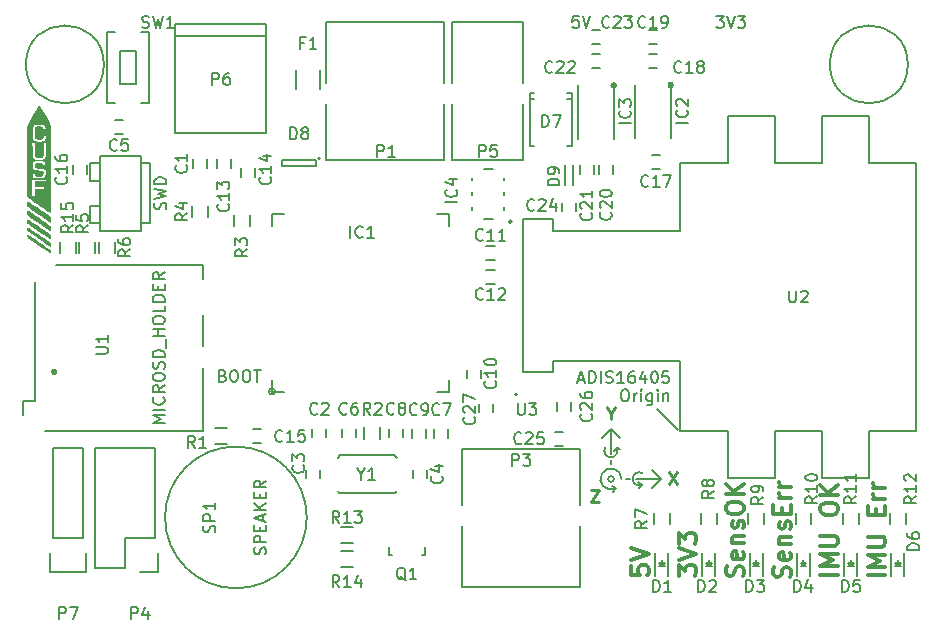
<source format=gto>
G04 #@! TF.FileFunction,Legend,Top*
%FSLAX46Y46*%
G04 Gerber Fmt 4.6, Leading zero omitted, Abs format (unit mm)*
G04 Created by KiCad (PCBNEW 4.0.1-stable) date 29/01/2016 21:25:47*
%MOMM*%
G01*
G04 APERTURE LIST*
%ADD10C,0.100000*%
%ADD11C,0.200000*%
%ADD12C,0.150000*%
%ADD13C,0.250000*%
%ADD14C,0.300000*%
%ADD15C,0.152400*%
G04 APERTURE END LIST*
D10*
D11*
X208343500Y-113728500D02*
X206565500Y-111950500D01*
D12*
X199942857Y-109491667D02*
X200419048Y-109491667D01*
X199847619Y-109777381D02*
X200180952Y-108777381D01*
X200514286Y-109777381D01*
X200847619Y-109777381D02*
X200847619Y-108777381D01*
X201085714Y-108777381D01*
X201228572Y-108825000D01*
X201323810Y-108920238D01*
X201371429Y-109015476D01*
X201419048Y-109205952D01*
X201419048Y-109348810D01*
X201371429Y-109539286D01*
X201323810Y-109634524D01*
X201228572Y-109729762D01*
X201085714Y-109777381D01*
X200847619Y-109777381D01*
X201847619Y-109777381D02*
X201847619Y-108777381D01*
X202276190Y-109729762D02*
X202419047Y-109777381D01*
X202657143Y-109777381D01*
X202752381Y-109729762D01*
X202800000Y-109682143D01*
X202847619Y-109586905D01*
X202847619Y-109491667D01*
X202800000Y-109396429D01*
X202752381Y-109348810D01*
X202657143Y-109301190D01*
X202466666Y-109253571D01*
X202371428Y-109205952D01*
X202323809Y-109158333D01*
X202276190Y-109063095D01*
X202276190Y-108967857D01*
X202323809Y-108872619D01*
X202371428Y-108825000D01*
X202466666Y-108777381D01*
X202704762Y-108777381D01*
X202847619Y-108825000D01*
X203800000Y-109777381D02*
X203228571Y-109777381D01*
X203514285Y-109777381D02*
X203514285Y-108777381D01*
X203419047Y-108920238D01*
X203323809Y-109015476D01*
X203228571Y-109063095D01*
X204657143Y-108777381D02*
X204466666Y-108777381D01*
X204371428Y-108825000D01*
X204323809Y-108872619D01*
X204228571Y-109015476D01*
X204180952Y-109205952D01*
X204180952Y-109586905D01*
X204228571Y-109682143D01*
X204276190Y-109729762D01*
X204371428Y-109777381D01*
X204561905Y-109777381D01*
X204657143Y-109729762D01*
X204704762Y-109682143D01*
X204752381Y-109586905D01*
X204752381Y-109348810D01*
X204704762Y-109253571D01*
X204657143Y-109205952D01*
X204561905Y-109158333D01*
X204371428Y-109158333D01*
X204276190Y-109205952D01*
X204228571Y-109253571D01*
X204180952Y-109348810D01*
X205609524Y-109110714D02*
X205609524Y-109777381D01*
X205371428Y-108729762D02*
X205133333Y-109444048D01*
X205752381Y-109444048D01*
X206323809Y-108777381D02*
X206419048Y-108777381D01*
X206514286Y-108825000D01*
X206561905Y-108872619D01*
X206609524Y-108967857D01*
X206657143Y-109158333D01*
X206657143Y-109396429D01*
X206609524Y-109586905D01*
X206561905Y-109682143D01*
X206514286Y-109729762D01*
X206419048Y-109777381D01*
X206323809Y-109777381D01*
X206228571Y-109729762D01*
X206180952Y-109682143D01*
X206133333Y-109586905D01*
X206085714Y-109396429D01*
X206085714Y-109158333D01*
X206133333Y-108967857D01*
X206180952Y-108872619D01*
X206228571Y-108825000D01*
X206323809Y-108777381D01*
X207561905Y-108777381D02*
X207085714Y-108777381D01*
X207038095Y-109253571D01*
X207085714Y-109205952D01*
X207180952Y-109158333D01*
X207419048Y-109158333D01*
X207514286Y-109205952D01*
X207561905Y-109253571D01*
X207609524Y-109348810D01*
X207609524Y-109586905D01*
X207561905Y-109682143D01*
X207514286Y-109729762D01*
X207419048Y-109777381D01*
X207180952Y-109777381D01*
X207085714Y-109729762D01*
X207038095Y-109682143D01*
X203800000Y-110327381D02*
X203990477Y-110327381D01*
X204085715Y-110375000D01*
X204180953Y-110470238D01*
X204228572Y-110660714D01*
X204228572Y-110994048D01*
X204180953Y-111184524D01*
X204085715Y-111279762D01*
X203990477Y-111327381D01*
X203800000Y-111327381D01*
X203704762Y-111279762D01*
X203609524Y-111184524D01*
X203561905Y-110994048D01*
X203561905Y-110660714D01*
X203609524Y-110470238D01*
X203704762Y-110375000D01*
X203800000Y-110327381D01*
X204657143Y-111327381D02*
X204657143Y-110660714D01*
X204657143Y-110851190D02*
X204704762Y-110755952D01*
X204752381Y-110708333D01*
X204847619Y-110660714D01*
X204942858Y-110660714D01*
X205276191Y-111327381D02*
X205276191Y-110660714D01*
X205276191Y-110327381D02*
X205228572Y-110375000D01*
X205276191Y-110422619D01*
X205323810Y-110375000D01*
X205276191Y-110327381D01*
X205276191Y-110422619D01*
X206180953Y-110660714D02*
X206180953Y-111470238D01*
X206133334Y-111565476D01*
X206085715Y-111613095D01*
X205990476Y-111660714D01*
X205847619Y-111660714D01*
X205752381Y-111613095D01*
X206180953Y-111279762D02*
X206085715Y-111327381D01*
X205895238Y-111327381D01*
X205800000Y-111279762D01*
X205752381Y-111232143D01*
X205704762Y-111136905D01*
X205704762Y-110851190D01*
X205752381Y-110755952D01*
X205800000Y-110708333D01*
X205895238Y-110660714D01*
X206085715Y-110660714D01*
X206180953Y-110708333D01*
X206657143Y-111327381D02*
X206657143Y-110660714D01*
X206657143Y-110327381D02*
X206609524Y-110375000D01*
X206657143Y-110422619D01*
X206704762Y-110375000D01*
X206657143Y-110327381D01*
X206657143Y-110422619D01*
X207133333Y-110660714D02*
X207133333Y-111327381D01*
X207133333Y-110755952D02*
X207180952Y-110708333D01*
X207276190Y-110660714D01*
X207419048Y-110660714D01*
X207514286Y-110708333D01*
X207561905Y-110803571D01*
X207561905Y-111327381D01*
D11*
X203100000Y-118700000D02*
X202900000Y-119000000D01*
X203100000Y-118700000D02*
X202800000Y-118500000D01*
X203594427Y-117900000D02*
G75*
G03X203100000Y-118700000I-894427J0D01*
G01*
X202700000Y-116650000D02*
X202700000Y-116300000D01*
X203200000Y-115250000D02*
X203500000Y-115400000D01*
X203000000Y-115500000D02*
X203200000Y-115250000D01*
X202700000Y-115800000D02*
X202700000Y-113650000D01*
X202200000Y-115250000D02*
G75*
G03X203200000Y-115250000I500000J-250000D01*
G01*
X202700000Y-113650000D02*
X203450000Y-114400000D01*
X202700000Y-113650000D02*
X201950000Y-114400000D01*
X205350000Y-118400000D02*
X205100000Y-118700000D01*
X205000000Y-118200000D02*
X205350000Y-118400000D01*
X204800000Y-117900000D02*
X206950000Y-117900000D01*
X205350000Y-117400000D02*
G75*
G03X205350000Y-118400000I-250000J-500000D01*
G01*
D13*
X202700000Y-112376190D02*
X202700000Y-112852381D01*
X202366667Y-111852381D02*
X202700000Y-112376190D01*
X203033334Y-111852381D01*
X207592857Y-117352381D02*
X208259524Y-118352381D01*
X208259524Y-117352381D02*
X207592857Y-118352381D01*
X200990476Y-118852381D02*
X201657143Y-118852381D01*
X200990476Y-119852381D01*
X201657143Y-119852381D01*
D11*
X206950000Y-117900000D02*
X206200000Y-118650000D01*
X206950000Y-117900000D02*
X206200000Y-117150000D01*
X203950000Y-117900000D02*
X204300000Y-117900000D01*
X202950000Y-117900000D02*
G75*
G03X202950000Y-117900000I-250000J0D01*
G01*
D14*
X225928571Y-126071428D02*
X224428571Y-126071428D01*
X225928571Y-125357142D02*
X224428571Y-125357142D01*
X225500000Y-124857142D01*
X224428571Y-124357142D01*
X225928571Y-124357142D01*
X224428571Y-123642856D02*
X225642857Y-123642856D01*
X225785714Y-123571428D01*
X225857143Y-123499999D01*
X225928571Y-123357142D01*
X225928571Y-123071428D01*
X225857143Y-122928570D01*
X225785714Y-122857142D01*
X225642857Y-122785713D01*
X224428571Y-122785713D01*
X225142857Y-120928570D02*
X225142857Y-120428570D01*
X225928571Y-120214284D02*
X225928571Y-120928570D01*
X224428571Y-120928570D01*
X224428571Y-120214284D01*
X225928571Y-119571427D02*
X224928571Y-119571427D01*
X225214286Y-119571427D02*
X225071429Y-119499999D01*
X225000000Y-119428570D01*
X224928571Y-119285713D01*
X224928571Y-119142856D01*
X225928571Y-118642856D02*
X224928571Y-118642856D01*
X225214286Y-118642856D02*
X225071429Y-118571428D01*
X225000000Y-118499999D01*
X224928571Y-118357142D01*
X224928571Y-118214285D01*
X221928571Y-126000000D02*
X220428571Y-126000000D01*
X221928571Y-125285714D02*
X220428571Y-125285714D01*
X221500000Y-124785714D01*
X220428571Y-124285714D01*
X221928571Y-124285714D01*
X220428571Y-123571428D02*
X221642857Y-123571428D01*
X221785714Y-123500000D01*
X221857143Y-123428571D01*
X221928571Y-123285714D01*
X221928571Y-123000000D01*
X221857143Y-122857142D01*
X221785714Y-122785714D01*
X221642857Y-122714285D01*
X220428571Y-122714285D01*
X220428571Y-120571428D02*
X220428571Y-120285714D01*
X220500000Y-120142856D01*
X220642857Y-119999999D01*
X220928571Y-119928571D01*
X221428571Y-119928571D01*
X221714286Y-119999999D01*
X221857143Y-120142856D01*
X221928571Y-120285714D01*
X221928571Y-120571428D01*
X221857143Y-120714285D01*
X221714286Y-120857142D01*
X221428571Y-120928571D01*
X220928571Y-120928571D01*
X220642857Y-120857142D01*
X220500000Y-120714285D01*
X220428571Y-120571428D01*
X221928571Y-119285713D02*
X220428571Y-119285713D01*
X221928571Y-118428570D02*
X221071429Y-119071427D01*
X220428571Y-118428570D02*
X221285714Y-119285713D01*
X217857143Y-126214285D02*
X217928571Y-125999999D01*
X217928571Y-125642856D01*
X217857143Y-125499999D01*
X217785714Y-125428570D01*
X217642857Y-125357142D01*
X217500000Y-125357142D01*
X217357143Y-125428570D01*
X217285714Y-125499999D01*
X217214286Y-125642856D01*
X217142857Y-125928570D01*
X217071429Y-126071428D01*
X217000000Y-126142856D01*
X216857143Y-126214285D01*
X216714286Y-126214285D01*
X216571429Y-126142856D01*
X216500000Y-126071428D01*
X216428571Y-125928570D01*
X216428571Y-125571428D01*
X216500000Y-125357142D01*
X217857143Y-124142857D02*
X217928571Y-124285714D01*
X217928571Y-124571428D01*
X217857143Y-124714285D01*
X217714286Y-124785714D01*
X217142857Y-124785714D01*
X217000000Y-124714285D01*
X216928571Y-124571428D01*
X216928571Y-124285714D01*
X217000000Y-124142857D01*
X217142857Y-124071428D01*
X217285714Y-124071428D01*
X217428571Y-124785714D01*
X216928571Y-123428571D02*
X217928571Y-123428571D01*
X217071429Y-123428571D02*
X217000000Y-123357143D01*
X216928571Y-123214285D01*
X216928571Y-123000000D01*
X217000000Y-122857143D01*
X217142857Y-122785714D01*
X217928571Y-122785714D01*
X217857143Y-122142857D02*
X217928571Y-122000000D01*
X217928571Y-121714285D01*
X217857143Y-121571428D01*
X217714286Y-121500000D01*
X217642857Y-121500000D01*
X217500000Y-121571428D01*
X217428571Y-121714285D01*
X217428571Y-121928571D01*
X217357143Y-122071428D01*
X217214286Y-122142857D01*
X217142857Y-122142857D01*
X217000000Y-122071428D01*
X216928571Y-121928571D01*
X216928571Y-121714285D01*
X217000000Y-121571428D01*
X217142857Y-120857142D02*
X217142857Y-120357142D01*
X217928571Y-120142856D02*
X217928571Y-120857142D01*
X216428571Y-120857142D01*
X216428571Y-120142856D01*
X217928571Y-119499999D02*
X216928571Y-119499999D01*
X217214286Y-119499999D02*
X217071429Y-119428571D01*
X217000000Y-119357142D01*
X216928571Y-119214285D01*
X216928571Y-119071428D01*
X217928571Y-118571428D02*
X216928571Y-118571428D01*
X217214286Y-118571428D02*
X217071429Y-118500000D01*
X217000000Y-118428571D01*
X216928571Y-118285714D01*
X216928571Y-118142857D01*
X213857143Y-126142857D02*
X213928571Y-125928571D01*
X213928571Y-125571428D01*
X213857143Y-125428571D01*
X213785714Y-125357142D01*
X213642857Y-125285714D01*
X213500000Y-125285714D01*
X213357143Y-125357142D01*
X213285714Y-125428571D01*
X213214286Y-125571428D01*
X213142857Y-125857142D01*
X213071429Y-126000000D01*
X213000000Y-126071428D01*
X212857143Y-126142857D01*
X212714286Y-126142857D01*
X212571429Y-126071428D01*
X212500000Y-126000000D01*
X212428571Y-125857142D01*
X212428571Y-125500000D01*
X212500000Y-125285714D01*
X213857143Y-124071429D02*
X213928571Y-124214286D01*
X213928571Y-124500000D01*
X213857143Y-124642857D01*
X213714286Y-124714286D01*
X213142857Y-124714286D01*
X213000000Y-124642857D01*
X212928571Y-124500000D01*
X212928571Y-124214286D01*
X213000000Y-124071429D01*
X213142857Y-124000000D01*
X213285714Y-124000000D01*
X213428571Y-124714286D01*
X212928571Y-123357143D02*
X213928571Y-123357143D01*
X213071429Y-123357143D02*
X213000000Y-123285715D01*
X212928571Y-123142857D01*
X212928571Y-122928572D01*
X213000000Y-122785715D01*
X213142857Y-122714286D01*
X213928571Y-122714286D01*
X213857143Y-122071429D02*
X213928571Y-121928572D01*
X213928571Y-121642857D01*
X213857143Y-121500000D01*
X213714286Y-121428572D01*
X213642857Y-121428572D01*
X213500000Y-121500000D01*
X213428571Y-121642857D01*
X213428571Y-121857143D01*
X213357143Y-122000000D01*
X213214286Y-122071429D01*
X213142857Y-122071429D01*
X213000000Y-122000000D01*
X212928571Y-121857143D01*
X212928571Y-121642857D01*
X213000000Y-121500000D01*
X212428571Y-120500000D02*
X212428571Y-120214286D01*
X212500000Y-120071428D01*
X212642857Y-119928571D01*
X212928571Y-119857143D01*
X213428571Y-119857143D01*
X213714286Y-119928571D01*
X213857143Y-120071428D01*
X213928571Y-120214286D01*
X213928571Y-120500000D01*
X213857143Y-120642857D01*
X213714286Y-120785714D01*
X213428571Y-120857143D01*
X212928571Y-120857143D01*
X212642857Y-120785714D01*
X212500000Y-120642857D01*
X212428571Y-120500000D01*
X213928571Y-119214285D02*
X212428571Y-119214285D01*
X213928571Y-118357142D02*
X213071429Y-118999999D01*
X212428571Y-118357142D02*
X213285714Y-119214285D01*
X208428571Y-126107142D02*
X208428571Y-125178571D01*
X209000000Y-125678571D01*
X209000000Y-125464285D01*
X209071429Y-125321428D01*
X209142857Y-125249999D01*
X209285714Y-125178571D01*
X209642857Y-125178571D01*
X209785714Y-125249999D01*
X209857143Y-125321428D01*
X209928571Y-125464285D01*
X209928571Y-125892857D01*
X209857143Y-126035714D01*
X209785714Y-126107142D01*
X208428571Y-124750000D02*
X209928571Y-124250000D01*
X208428571Y-123750000D01*
X208428571Y-123392857D02*
X208428571Y-122464286D01*
X209000000Y-122964286D01*
X209000000Y-122750000D01*
X209071429Y-122607143D01*
X209142857Y-122535714D01*
X209285714Y-122464286D01*
X209642857Y-122464286D01*
X209785714Y-122535714D01*
X209857143Y-122607143D01*
X209928571Y-122750000D01*
X209928571Y-123178572D01*
X209857143Y-123321429D01*
X209785714Y-123392857D01*
X204428571Y-125285713D02*
X204428571Y-125999999D01*
X205142857Y-126071428D01*
X205071429Y-125999999D01*
X205000000Y-125857142D01*
X205000000Y-125499999D01*
X205071429Y-125357142D01*
X205142857Y-125285713D01*
X205285714Y-125214285D01*
X205642857Y-125214285D01*
X205785714Y-125285713D01*
X205857143Y-125357142D01*
X205928571Y-125499999D01*
X205928571Y-125857142D01*
X205857143Y-125999999D01*
X205785714Y-126071428D01*
X204428571Y-124785714D02*
X205928571Y-124285714D01*
X204428571Y-123785714D01*
D15*
X228546798Y-113865622D02*
X228546798Y-91158022D01*
X228546798Y-113865622D02*
X224533598Y-113865622D01*
X224533598Y-113865622D02*
X224533598Y-117853422D01*
X224533598Y-117853422D02*
X220545798Y-117853422D01*
X220545798Y-117853422D02*
X220545798Y-113865622D01*
X220545798Y-113865622D02*
X216557998Y-113865622D01*
X216557998Y-113865622D02*
X216557998Y-117853422D01*
X216557998Y-117853422D02*
X212570198Y-117853422D01*
X212570198Y-117853422D02*
X212570198Y-113865622D01*
X212570198Y-113865622D02*
X208556998Y-113865622D01*
X228546798Y-91158022D02*
X224533598Y-91158022D01*
X224533598Y-91158022D02*
X224533598Y-87170222D01*
X224533598Y-87170222D02*
X220545798Y-87170222D01*
X220545798Y-87170222D02*
X220545798Y-91158022D01*
X220545798Y-91158022D02*
X216557998Y-91158022D01*
X216557998Y-91158022D02*
X216557998Y-87170222D01*
X216557998Y-87170222D02*
X212570198Y-87170222D01*
X212570198Y-87170222D02*
X212570198Y-91158022D01*
X212570198Y-91158022D02*
X208556998Y-91158022D01*
X208556998Y-113865622D02*
X208556998Y-107896622D01*
X208556998Y-107896622D02*
X197761998Y-107896622D01*
X197761998Y-107896622D02*
X197761998Y-108887222D01*
X197761998Y-108887222D02*
X195221998Y-108887222D01*
X195221998Y-108887222D02*
X195221998Y-95907822D01*
X195221998Y-95907822D02*
X197761998Y-95907822D01*
X197761998Y-95907822D02*
X197761998Y-96898422D01*
X197761998Y-96898422D02*
X208556998Y-96898422D01*
X208556998Y-96898422D02*
X208556998Y-91158022D01*
D12*
X155748000Y-99822000D02*
X168148000Y-99822000D01*
X153948000Y-101222000D02*
X153948000Y-111322000D01*
X168148000Y-100972000D02*
X168148000Y-99822000D01*
X168148000Y-106672000D02*
X168148000Y-104022000D01*
X168148000Y-113822000D02*
X168148000Y-108472000D01*
X168148000Y-113822000D02*
X154748000Y-113822000D01*
X152948000Y-111322000D02*
X152948000Y-112522000D01*
X155748000Y-108822000D02*
G75*
G03X155748000Y-108822000I-200000J0D01*
G01*
X155648000Y-108822000D02*
G75*
G03X155648000Y-108822000I-100000J0D01*
G01*
X152948000Y-111322000D02*
X153948000Y-111322000D01*
X168148000Y-99822000D02*
X168048000Y-99822000D01*
X167294000Y-91536000D02*
X167294000Y-90836000D01*
X168494000Y-90836000D02*
X168494000Y-91536000D01*
X178600000Y-113650000D02*
X178600000Y-114350000D01*
X177400000Y-114350000D02*
X177400000Y-113650000D01*
X176900000Y-117850000D02*
X176900000Y-117150000D01*
X178100000Y-117150000D02*
X178100000Y-117850000D01*
X185900000Y-117850000D02*
X185900000Y-117150000D01*
X187100000Y-117150000D02*
X187100000Y-117850000D01*
X161386000Y-88738000D02*
X160686000Y-88738000D01*
X160686000Y-87538000D02*
X161386000Y-87538000D01*
X181100000Y-113650000D02*
X181100000Y-114350000D01*
X179900000Y-114350000D02*
X179900000Y-113650000D01*
X188941000Y-113696000D02*
X188941000Y-114396000D01*
X187741000Y-114396000D02*
X187741000Y-113696000D01*
X185100000Y-113650000D02*
X185100000Y-114350000D01*
X183900000Y-114350000D02*
X183900000Y-113650000D01*
X187036000Y-113696000D02*
X187036000Y-114396000D01*
X185836000Y-114396000D02*
X185836000Y-113696000D01*
X191671500Y-108679500D02*
X191671500Y-109379500D01*
X190471500Y-109379500D02*
X190471500Y-108679500D01*
X192150000Y-98178000D02*
X192850000Y-98178000D01*
X192850000Y-99378000D02*
X192150000Y-99378000D01*
X192150000Y-100178000D02*
X192850000Y-100178000D01*
X192850000Y-101378000D02*
X192150000Y-101378000D01*
X169326000Y-91536000D02*
X169326000Y-90836000D01*
X170526000Y-90836000D02*
X170526000Y-91536000D01*
X171358000Y-92298000D02*
X171358000Y-91598000D01*
X172558000Y-91598000D02*
X172558000Y-92298000D01*
X173070000Y-114900000D02*
X172370000Y-114900000D01*
X172370000Y-113700000D02*
X173070000Y-113700000D01*
X158334000Y-91344000D02*
X158334000Y-92044000D01*
X157134000Y-92044000D02*
X157134000Y-91344000D01*
X206858000Y-91647000D02*
X206158000Y-91647000D01*
X206158000Y-90447000D02*
X206858000Y-90447000D01*
X206598000Y-83150000D02*
X205898000Y-83150000D01*
X205898000Y-81950000D02*
X206598000Y-81950000D01*
X206598000Y-81118000D02*
X205898000Y-81118000D01*
X205898000Y-79918000D02*
X206598000Y-79918000D01*
X202911000Y-91344000D02*
X202911000Y-92044000D01*
X201711000Y-92044000D02*
X201711000Y-91344000D01*
X200060000Y-92044000D02*
X200060000Y-91344000D01*
X201260000Y-91344000D02*
X201260000Y-92044000D01*
X201772000Y-83150000D02*
X201072000Y-83150000D01*
X201072000Y-81950000D02*
X201772000Y-81950000D01*
X201772000Y-81118000D02*
X201072000Y-81118000D01*
X201072000Y-79918000D02*
X201772000Y-79918000D01*
X198536000Y-95219000D02*
X198536000Y-94519000D01*
X199736000Y-94519000D02*
X199736000Y-95219000D01*
X207550000Y-126100000D02*
X207550000Y-124200000D01*
X206450000Y-126100000D02*
X206450000Y-124200000D01*
X207000000Y-125200000D02*
X207000000Y-124750000D01*
X206750000Y-125250000D02*
X207250000Y-125250000D01*
X207000000Y-125250000D02*
X206750000Y-125000000D01*
X206750000Y-125000000D02*
X207250000Y-125000000D01*
X207250000Y-125000000D02*
X207000000Y-125250000D01*
X211550000Y-126100000D02*
X211550000Y-124200000D01*
X210450000Y-126100000D02*
X210450000Y-124200000D01*
X211000000Y-125200000D02*
X211000000Y-124750000D01*
X210750000Y-125250000D02*
X211250000Y-125250000D01*
X211000000Y-125250000D02*
X210750000Y-125000000D01*
X210750000Y-125000000D02*
X211250000Y-125000000D01*
X211250000Y-125000000D02*
X211000000Y-125250000D01*
X215550000Y-126100000D02*
X215550000Y-124200000D01*
X214450000Y-126100000D02*
X214450000Y-124200000D01*
X215000000Y-125200000D02*
X215000000Y-124750000D01*
X214750000Y-125250000D02*
X215250000Y-125250000D01*
X215000000Y-125250000D02*
X214750000Y-125000000D01*
X214750000Y-125000000D02*
X215250000Y-125000000D01*
X215250000Y-125000000D02*
X215000000Y-125250000D01*
X219550000Y-126100000D02*
X219550000Y-124200000D01*
X218450000Y-126100000D02*
X218450000Y-124200000D01*
X219000000Y-125200000D02*
X219000000Y-124750000D01*
X218750000Y-125250000D02*
X219250000Y-125250000D01*
X219000000Y-125250000D02*
X218750000Y-125000000D01*
X218750000Y-125000000D02*
X219250000Y-125000000D01*
X219250000Y-125000000D02*
X219000000Y-125250000D01*
X223550000Y-126100000D02*
X223550000Y-124200000D01*
X222450000Y-126100000D02*
X222450000Y-124200000D01*
X223000000Y-125200000D02*
X223000000Y-124750000D01*
X222750000Y-125250000D02*
X223250000Y-125250000D01*
X223000000Y-125250000D02*
X222750000Y-125000000D01*
X222750000Y-125000000D02*
X223250000Y-125000000D01*
X223250000Y-125000000D02*
X223000000Y-125250000D01*
X227550000Y-126100000D02*
X227550000Y-124200000D01*
X226450000Y-126100000D02*
X226450000Y-124200000D01*
X227000000Y-125200000D02*
X227000000Y-124750000D01*
X226750000Y-125250000D02*
X227250000Y-125250000D01*
X227000000Y-125250000D02*
X226750000Y-125000000D01*
X226750000Y-125000000D02*
X227250000Y-125000000D01*
X227250000Y-125000000D02*
X227000000Y-125250000D01*
X195861940Y-85703860D02*
X196212460Y-85703860D01*
X199362060Y-85703860D02*
X199011540Y-85703860D01*
X195861940Y-89753440D02*
X196212460Y-89753440D01*
X195861940Y-85252560D02*
X196212460Y-85252560D01*
X199362060Y-85252560D02*
X199011540Y-85252560D01*
X199362060Y-89753440D02*
X199011540Y-89753440D01*
X195861940Y-85252560D02*
X195861940Y-89753440D01*
X199362060Y-85252560D02*
X199362060Y-89753440D01*
X178076000Y-90786000D02*
G75*
G03X178076000Y-90786000I-100000J0D01*
G01*
X177726000Y-91436000D02*
X177726000Y-90936000D01*
X174826000Y-91436000D02*
X177726000Y-91436000D01*
X174826000Y-90936000D02*
X174826000Y-91436000D01*
X177726000Y-90936000D02*
X174826000Y-90936000D01*
X174250000Y-110500000D02*
G75*
G03X174250000Y-110500000I-250000J0D01*
G01*
X174111803Y-110500000D02*
G75*
G03X174111803Y-110500000I-111803J0D01*
G01*
X175000000Y-95500000D02*
X174000000Y-95500000D01*
X174000000Y-95500000D02*
X174000000Y-96500000D01*
X188000000Y-95500000D02*
X189000000Y-95500000D01*
X189000000Y-95500000D02*
X189000000Y-96500000D01*
X188000000Y-110500000D02*
X189000000Y-110500000D01*
X189000000Y-110500000D02*
X189000000Y-109500000D01*
X174000000Y-109500000D02*
X174000000Y-110500000D01*
X174000000Y-110500000D02*
X175000000Y-110500000D01*
X207958000Y-84547000D02*
G75*
G03X207958000Y-84547000I-200000J0D01*
G01*
X207858000Y-84547000D02*
G75*
G03X207858000Y-84547000I-100000J0D01*
G01*
X204758000Y-84547000D02*
X204758000Y-89047000D01*
X207758000Y-84547000D02*
X207758000Y-89047000D01*
X203138000Y-84582000D02*
G75*
G03X203138000Y-84582000I-200000J0D01*
G01*
X203038000Y-84582000D02*
G75*
G03X203038000Y-84582000I-100000J0D01*
G01*
X199938000Y-84582000D02*
X199938000Y-89082000D01*
X202938000Y-84582000D02*
X202938000Y-89082000D01*
X194321000Y-96131000D02*
G75*
G03X194321000Y-96131000I-150000J0D01*
G01*
X194221000Y-96131000D02*
G75*
G03X194221000Y-96131000I-50000J0D01*
G01*
X192671000Y-95881000D02*
X191921000Y-95881000D01*
X190921000Y-94881000D02*
X190921000Y-95131000D01*
X190921000Y-93631000D02*
X190921000Y-93881000D01*
X190921000Y-92381000D02*
X190921000Y-92631000D01*
X192671000Y-91631000D02*
X191921000Y-91631000D01*
X193671000Y-92631000D02*
X193671000Y-92381000D01*
X193671000Y-93881000D02*
X193671000Y-93631000D01*
X193671000Y-95131000D02*
X193671000Y-94881000D01*
D11*
X188594000Y-79176000D02*
X178594000Y-79176000D01*
X188594000Y-84376000D02*
X188594000Y-79176000D01*
X188594000Y-90876000D02*
X188594000Y-86176000D01*
X178594000Y-90876000D02*
X188594000Y-90876000D01*
X178594000Y-86176000D02*
X178594000Y-90876000D01*
X178594000Y-79176000D02*
X178594000Y-84376000D01*
D12*
X159448500Y-96266000D02*
X158623000Y-96266000D01*
X158623000Y-96266000D02*
X158623000Y-94805500D01*
X158623000Y-94805500D02*
X159448500Y-94805500D01*
X159448500Y-91186000D02*
X158623000Y-91186000D01*
X158623000Y-91186000D02*
X158623000Y-92646500D01*
X158623000Y-92646500D02*
X159448500Y-92646500D01*
X162877500Y-91186000D02*
X163703000Y-91186000D01*
X163703000Y-91186000D02*
X163703000Y-96266000D01*
X163703000Y-96266000D02*
X162877500Y-96266000D01*
X162877500Y-93726000D02*
X162877500Y-96901000D01*
X162877500Y-96901000D02*
X159448500Y-96901000D01*
X159448500Y-96901000D02*
X159448500Y-90551000D01*
X159448500Y-90551000D02*
X162877500Y-90551000D01*
X162877500Y-90551000D02*
X162877500Y-93726000D01*
D11*
X190120000Y-127072000D02*
X200120000Y-127072000D01*
X190120000Y-121872000D02*
X190120000Y-127072000D01*
X190120000Y-115372000D02*
X190120000Y-120072000D01*
X200120000Y-115372000D02*
X190120000Y-115372000D01*
X200120000Y-120072000D02*
X200120000Y-115372000D01*
X200120000Y-127072000D02*
X200120000Y-121872000D01*
D12*
X173512640Y-80400820D02*
X165811360Y-80400820D01*
X173512640Y-79400060D02*
X165811360Y-79400060D01*
X165811360Y-79400060D02*
X165811360Y-88599940D01*
X165811360Y-88599940D02*
X173512640Y-88599940D01*
X173512640Y-88599940D02*
X173512640Y-79400060D01*
X184120840Y-124348240D02*
X184169100Y-124348240D01*
X186919820Y-123647200D02*
X186919820Y-124348240D01*
X186919820Y-124348240D02*
X186670900Y-124348240D01*
X184120840Y-124348240D02*
X183920180Y-124348240D01*
X183920180Y-124348240D02*
X183920180Y-123647200D01*
X169172000Y-113625000D02*
X170172000Y-113625000D01*
X170172000Y-114975000D02*
X169172000Y-114975000D01*
X181825000Y-114500000D02*
X181825000Y-113500000D01*
X183175000Y-113500000D02*
X183175000Y-114500000D01*
X170775000Y-96512000D02*
X170775000Y-95512000D01*
X172125000Y-95512000D02*
X172125000Y-96512000D01*
X167219000Y-95750000D02*
X167219000Y-94750000D01*
X168569000Y-94750000D02*
X168569000Y-95750000D01*
X157694000Y-98798000D02*
X157694000Y-97798000D01*
X159044000Y-97798000D02*
X159044000Y-98798000D01*
X159345000Y-98798000D02*
X159345000Y-97798000D01*
X160695000Y-97798000D02*
X160695000Y-98798000D01*
X207675000Y-120750000D02*
X207675000Y-121750000D01*
X206325000Y-121750000D02*
X206325000Y-120750000D01*
X211675000Y-120750000D02*
X211675000Y-121750000D01*
X210325000Y-121750000D02*
X210325000Y-120750000D01*
X215675000Y-120750000D02*
X215675000Y-121750000D01*
X214325000Y-121750000D02*
X214325000Y-120750000D01*
X219675000Y-120750000D02*
X219675000Y-121750000D01*
X218325000Y-121750000D02*
X218325000Y-120750000D01*
X223675000Y-120750000D02*
X223675000Y-121750000D01*
X222325000Y-121750000D02*
X222325000Y-120750000D01*
X227675000Y-120750000D02*
X227675000Y-121750000D01*
X226325000Y-121750000D02*
X226325000Y-120750000D01*
X179840000Y-122007000D02*
X180840000Y-122007000D01*
X180840000Y-123357000D02*
X179840000Y-123357000D01*
X179840000Y-124039000D02*
X180840000Y-124039000D01*
X180840000Y-125389000D02*
X179840000Y-125389000D01*
X176942000Y-121158000D02*
G75*
G03X176942000Y-121158000I-6000000J0D01*
G01*
X162498000Y-81658000D02*
X162498000Y-84458000D01*
X162498000Y-84458000D02*
X161098000Y-84458000D01*
X161098000Y-84458000D02*
X161098000Y-81658000D01*
X161098000Y-81658000D02*
X162498000Y-81658000D01*
X163548000Y-86058000D02*
X162898000Y-86058000D01*
X160048000Y-86058000D02*
X160698000Y-86058000D01*
X160698000Y-80058000D02*
X160048000Y-80058000D01*
X163548000Y-80058000D02*
X162898000Y-80058000D01*
X163548000Y-86058000D02*
X163548000Y-80058000D01*
X160048000Y-80058000D02*
X160048000Y-86058000D01*
X179750000Y-115900000D02*
X184350000Y-115900000D01*
X184550000Y-116100000D02*
X184350000Y-115900000D01*
X179550000Y-116100000D02*
X179750000Y-115900000D01*
X179700000Y-119100000D02*
X184400000Y-119100000D01*
X179550000Y-118900000D02*
X179700000Y-119100000D01*
X184550000Y-118900000D02*
X184400000Y-119100000D01*
X199486000Y-93010000D02*
X199486000Y-91310000D01*
X198786000Y-93010000D02*
X198786000Y-91310000D01*
X178038000Y-84874000D02*
X178038000Y-83274000D01*
X176038000Y-84874000D02*
X176038000Y-83274000D01*
D11*
X195262000Y-79176000D02*
X189262000Y-79176000D01*
X195262000Y-84376000D02*
X195262000Y-79176000D01*
X195262000Y-90876000D02*
X195262000Y-86176000D01*
X189262000Y-90876000D02*
X195262000Y-90876000D01*
X189262000Y-86176000D02*
X189262000Y-90876000D01*
X189262000Y-79176000D02*
X189262000Y-84376000D01*
D12*
X157988000Y-122936000D02*
X157988000Y-115316000D01*
X155448000Y-122936000D02*
X155448000Y-115316000D01*
X155168000Y-125756000D02*
X155168000Y-124206000D01*
X157988000Y-115316000D02*
X155448000Y-115316000D01*
X155448000Y-122936000D02*
X157988000Y-122936000D01*
X158268000Y-124206000D02*
X158268000Y-125756000D01*
X158268000Y-125756000D02*
X155168000Y-125756000D01*
X164084000Y-122936000D02*
X164084000Y-115316000D01*
X164084000Y-115316000D02*
X159004000Y-115316000D01*
X159004000Y-115316000D02*
X159004000Y-125476000D01*
X159004000Y-125476000D02*
X161544000Y-125476000D01*
X162814000Y-125756000D02*
X164364000Y-125756000D01*
X161544000Y-125476000D02*
X161544000Y-122936000D01*
X161544000Y-122936000D02*
X164084000Y-122936000D01*
X164364000Y-125756000D02*
X164364000Y-124206000D01*
X198660500Y-115090500D02*
X197960500Y-115090500D01*
X197960500Y-113890500D02*
X198660500Y-113890500D01*
X199355000Y-111410000D02*
X199355000Y-112110000D01*
X198155000Y-112110000D02*
X198155000Y-111410000D01*
X191551000Y-112237000D02*
X191551000Y-111537000D01*
X192751000Y-111537000D02*
X192751000Y-112237000D01*
X227836000Y-82804000D02*
G75*
G03X227836000Y-82804000I-3300000J0D01*
G01*
X159764000Y-82804000D02*
G75*
G03X159764000Y-82804000I-3300000J0D01*
G01*
D10*
G36*
X155245736Y-98638875D02*
X155243366Y-98687746D01*
X155222523Y-98718489D01*
X155204842Y-98723000D01*
X155180121Y-98711207D01*
X155124208Y-98677355D01*
X155040543Y-98623733D01*
X154932563Y-98552633D01*
X154803707Y-98466343D01*
X154657414Y-98367155D01*
X154497121Y-98257357D01*
X154326267Y-98139240D01*
X154278800Y-98106240D01*
X154104527Y-97984672D01*
X153939338Y-97868944D01*
X153786790Y-97761580D01*
X153650440Y-97665108D01*
X153533844Y-97582054D01*
X153440559Y-97514943D01*
X153374142Y-97466302D01*
X153338149Y-97438657D01*
X153334542Y-97435530D01*
X153288296Y-97373875D01*
X153276334Y-97308989D01*
X153279800Y-97260576D01*
X153295620Y-97243531D01*
X153324288Y-97245565D01*
X153348883Y-97258810D01*
X153404107Y-97293668D01*
X153485971Y-97347387D01*
X153590488Y-97417211D01*
X153713669Y-97500388D01*
X153851526Y-97594163D01*
X154000070Y-97695783D01*
X154155314Y-97802495D01*
X154313270Y-97911543D01*
X154469948Y-98020175D01*
X154621361Y-98125637D01*
X154763521Y-98225175D01*
X154892440Y-98316035D01*
X155004128Y-98395464D01*
X155094598Y-98460707D01*
X155159862Y-98509012D01*
X155195932Y-98537623D01*
X155197209Y-98538770D01*
X155230170Y-98584882D01*
X155245736Y-98638875D01*
X155245736Y-98638875D01*
X155245736Y-98638875D01*
G37*
X155245736Y-98638875D02*
X155243366Y-98687746D01*
X155222523Y-98718489D01*
X155204842Y-98723000D01*
X155180121Y-98711207D01*
X155124208Y-98677355D01*
X155040543Y-98623733D01*
X154932563Y-98552633D01*
X154803707Y-98466343D01*
X154657414Y-98367155D01*
X154497121Y-98257357D01*
X154326267Y-98139240D01*
X154278800Y-98106240D01*
X154104527Y-97984672D01*
X153939338Y-97868944D01*
X153786790Y-97761580D01*
X153650440Y-97665108D01*
X153533844Y-97582054D01*
X153440559Y-97514943D01*
X153374142Y-97466302D01*
X153338149Y-97438657D01*
X153334542Y-97435530D01*
X153288296Y-97373875D01*
X153276334Y-97308989D01*
X153279800Y-97260576D01*
X153295620Y-97243531D01*
X153324288Y-97245565D01*
X153348883Y-97258810D01*
X153404107Y-97293668D01*
X153485971Y-97347387D01*
X153590488Y-97417211D01*
X153713669Y-97500388D01*
X153851526Y-97594163D01*
X154000070Y-97695783D01*
X154155314Y-97802495D01*
X154313270Y-97911543D01*
X154469948Y-98020175D01*
X154621361Y-98125637D01*
X154763521Y-98225175D01*
X154892440Y-98316035D01*
X155004128Y-98395464D01*
X155094598Y-98460707D01*
X155159862Y-98509012D01*
X155195932Y-98537623D01*
X155197209Y-98538770D01*
X155230170Y-98584882D01*
X155245736Y-98638875D01*
X155245736Y-98638875D01*
G36*
X155246748Y-98094801D02*
X155233434Y-98136726D01*
X155207253Y-98151500D01*
X155183072Y-98139695D01*
X155127671Y-98105795D01*
X155044447Y-98052075D01*
X154936797Y-97980809D01*
X154808118Y-97894270D01*
X154661806Y-97794732D01*
X154501259Y-97684469D01*
X154329873Y-97565756D01*
X154270628Y-97524494D01*
X154095603Y-97402236D01*
X153930001Y-97286186D01*
X153777289Y-97178802D01*
X153640936Y-97082539D01*
X153524410Y-96999853D01*
X153431180Y-96933202D01*
X153364714Y-96885041D01*
X153328480Y-96857826D01*
X153323959Y-96854055D01*
X153294669Y-96810728D01*
X153277541Y-96753450D01*
X153273346Y-96695206D01*
X153282852Y-96648978D01*
X153306834Y-96627751D01*
X153310508Y-96627500D01*
X153333315Y-96639257D01*
X153386766Y-96672714D01*
X153466927Y-96725147D01*
X153569864Y-96793835D01*
X153691641Y-96876054D01*
X153828326Y-96969082D01*
X153975982Y-97070196D01*
X154130677Y-97176674D01*
X154288476Y-97285792D01*
X154445444Y-97394828D01*
X154597647Y-97501060D01*
X154741151Y-97601765D01*
X154872021Y-97694219D01*
X154986324Y-97775701D01*
X155080124Y-97843488D01*
X155149488Y-97894856D01*
X155190480Y-97927085D01*
X155197209Y-97933151D01*
X155228047Y-97980230D01*
X155244756Y-98038374D01*
X155246748Y-98094801D01*
X155246748Y-98094801D01*
X155246748Y-98094801D01*
G37*
X155246748Y-98094801D02*
X155233434Y-98136726D01*
X155207253Y-98151500D01*
X155183072Y-98139695D01*
X155127671Y-98105795D01*
X155044447Y-98052075D01*
X154936797Y-97980809D01*
X154808118Y-97894270D01*
X154661806Y-97794732D01*
X154501259Y-97684469D01*
X154329873Y-97565756D01*
X154270628Y-97524494D01*
X154095603Y-97402236D01*
X153930001Y-97286186D01*
X153777289Y-97178802D01*
X153640936Y-97082539D01*
X153524410Y-96999853D01*
X153431180Y-96933202D01*
X153364714Y-96885041D01*
X153328480Y-96857826D01*
X153323959Y-96854055D01*
X153294669Y-96810728D01*
X153277541Y-96753450D01*
X153273346Y-96695206D01*
X153282852Y-96648978D01*
X153306834Y-96627751D01*
X153310508Y-96627500D01*
X153333315Y-96639257D01*
X153386766Y-96672714D01*
X153466927Y-96725147D01*
X153569864Y-96793835D01*
X153691641Y-96876054D01*
X153828326Y-96969082D01*
X153975982Y-97070196D01*
X154130677Y-97176674D01*
X154288476Y-97285792D01*
X154445444Y-97394828D01*
X154597647Y-97501060D01*
X154741151Y-97601765D01*
X154872021Y-97694219D01*
X154986324Y-97775701D01*
X155080124Y-97843488D01*
X155149488Y-97894856D01*
X155190480Y-97927085D01*
X155197209Y-97933151D01*
X155228047Y-97980230D01*
X155244756Y-98038374D01*
X155246748Y-98094801D01*
X155246748Y-98094801D01*
G36*
X155244834Y-97425960D02*
X155242604Y-97492050D01*
X155233617Y-97525823D01*
X155214423Y-97537161D01*
X155205856Y-97537667D01*
X155181394Y-97525859D01*
X155125726Y-97491954D01*
X155042258Y-97438228D01*
X154934395Y-97366958D01*
X154805543Y-97280421D01*
X154659109Y-97180891D01*
X154498499Y-97070647D01*
X154327118Y-96951965D01*
X154269231Y-96911651D01*
X154094292Y-96789432D01*
X153928747Y-96673358D01*
X153776074Y-96565897D01*
X153639748Y-96469514D01*
X153523246Y-96386676D01*
X153430046Y-96319850D01*
X153363623Y-96271503D01*
X153327456Y-96244102D01*
X153323038Y-96240346D01*
X153294389Y-96206540D01*
X153281232Y-96165392D01*
X153279624Y-96101774D01*
X153280705Y-96077904D01*
X153286162Y-96010443D01*
X153296180Y-95975413D01*
X153315065Y-95962911D01*
X153331081Y-95962059D01*
X153356579Y-95974166D01*
X153412554Y-96008120D01*
X153495032Y-96061161D01*
X153600040Y-96130532D01*
X153723606Y-96213472D01*
X153861756Y-96307225D01*
X154010519Y-96409030D01*
X154165920Y-96516130D01*
X154323989Y-96625765D01*
X154480751Y-96735178D01*
X154632233Y-96841609D01*
X154774464Y-96942300D01*
X154903471Y-97034492D01*
X155015280Y-97115426D01*
X155105919Y-97182344D01*
X155171415Y-97232487D01*
X155207795Y-97263097D01*
X155213054Y-97268881D01*
X155233116Y-97320395D01*
X155243914Y-97395912D01*
X155244834Y-97425960D01*
X155244834Y-97425960D01*
X155244834Y-97425960D01*
G37*
X155244834Y-97425960D02*
X155242604Y-97492050D01*
X155233617Y-97525823D01*
X155214423Y-97537161D01*
X155205856Y-97537667D01*
X155181394Y-97525859D01*
X155125726Y-97491954D01*
X155042258Y-97438228D01*
X154934395Y-97366958D01*
X154805543Y-97280421D01*
X154659109Y-97180891D01*
X154498499Y-97070647D01*
X154327118Y-96951965D01*
X154269231Y-96911651D01*
X154094292Y-96789432D01*
X153928747Y-96673358D01*
X153776074Y-96565897D01*
X153639748Y-96469514D01*
X153523246Y-96386676D01*
X153430046Y-96319850D01*
X153363623Y-96271503D01*
X153327456Y-96244102D01*
X153323038Y-96240346D01*
X153294389Y-96206540D01*
X153281232Y-96165392D01*
X153279624Y-96101774D01*
X153280705Y-96077904D01*
X153286162Y-96010443D01*
X153296180Y-95975413D01*
X153315065Y-95962911D01*
X153331081Y-95962059D01*
X153356579Y-95974166D01*
X153412554Y-96008120D01*
X153495032Y-96061161D01*
X153600040Y-96130532D01*
X153723606Y-96213472D01*
X153861756Y-96307225D01*
X154010519Y-96409030D01*
X154165920Y-96516130D01*
X154323989Y-96625765D01*
X154480751Y-96735178D01*
X154632233Y-96841609D01*
X154774464Y-96942300D01*
X154903471Y-97034492D01*
X155015280Y-97115426D01*
X155105919Y-97182344D01*
X155171415Y-97232487D01*
X155207795Y-97263097D01*
X155213054Y-97268881D01*
X155233116Y-97320395D01*
X155243914Y-97395912D01*
X155244834Y-97425960D01*
X155244834Y-97425960D01*
G36*
X155242199Y-96613405D02*
X155240412Y-96689997D01*
X155240400Y-96690272D01*
X155234093Y-96770389D01*
X155222762Y-96815715D01*
X155204411Y-96833683D01*
X155201719Y-96834339D01*
X155178535Y-96823757D01*
X155124105Y-96791054D01*
X155041802Y-96738476D01*
X154935000Y-96668269D01*
X154807070Y-96582678D01*
X154661387Y-96483947D01*
X154501323Y-96374322D01*
X154330250Y-96256048D01*
X154270386Y-96214408D01*
X154095256Y-96092031D01*
X153929565Y-95975523D01*
X153776790Y-95867378D01*
X153640408Y-95770093D01*
X153523895Y-95686161D01*
X153430728Y-95618078D01*
X153364383Y-95568339D01*
X153328338Y-95539438D01*
X153323959Y-95535211D01*
X153295110Y-95493263D01*
X153280573Y-95440578D01*
X153276347Y-95362070D01*
X153276334Y-95355655D01*
X153281688Y-95271067D01*
X153299559Y-95224355D01*
X153332654Y-95212216D01*
X153379906Y-95229290D01*
X153411414Y-95249033D01*
X153473029Y-95290191D01*
X153560602Y-95349854D01*
X153669985Y-95425113D01*
X153797028Y-95513058D01*
X153937584Y-95610780D01*
X154087504Y-95715370D01*
X154242638Y-95823918D01*
X154398839Y-95933514D01*
X154551958Y-96041250D01*
X154697845Y-96144215D01*
X154832353Y-96239501D01*
X154951334Y-96324198D01*
X155050637Y-96395396D01*
X155126115Y-96450187D01*
X155173619Y-96485661D01*
X155187483Y-96496937D01*
X155219553Y-96530826D01*
X155236519Y-96564998D01*
X155242199Y-96613405D01*
X155242199Y-96613405D01*
X155242199Y-96613405D01*
G37*
X155242199Y-96613405D02*
X155240412Y-96689997D01*
X155240400Y-96690272D01*
X155234093Y-96770389D01*
X155222762Y-96815715D01*
X155204411Y-96833683D01*
X155201719Y-96834339D01*
X155178535Y-96823757D01*
X155124105Y-96791054D01*
X155041802Y-96738476D01*
X154935000Y-96668269D01*
X154807070Y-96582678D01*
X154661387Y-96483947D01*
X154501323Y-96374322D01*
X154330250Y-96256048D01*
X154270386Y-96214408D01*
X154095256Y-96092031D01*
X153929565Y-95975523D01*
X153776790Y-95867378D01*
X153640408Y-95770093D01*
X153523895Y-95686161D01*
X153430728Y-95618078D01*
X153364383Y-95568339D01*
X153328338Y-95539438D01*
X153323959Y-95535211D01*
X153295110Y-95493263D01*
X153280573Y-95440578D01*
X153276347Y-95362070D01*
X153276334Y-95355655D01*
X153281688Y-95271067D01*
X153299559Y-95224355D01*
X153332654Y-95212216D01*
X153379906Y-95229290D01*
X153411414Y-95249033D01*
X153473029Y-95290191D01*
X153560602Y-95349854D01*
X153669985Y-95425113D01*
X153797028Y-95513058D01*
X153937584Y-95610780D01*
X154087504Y-95715370D01*
X154242638Y-95823918D01*
X154398839Y-95933514D01*
X154551958Y-96041250D01*
X154697845Y-96144215D01*
X154832353Y-96239501D01*
X154951334Y-96324198D01*
X155050637Y-96395396D01*
X155126115Y-96450187D01*
X155173619Y-96485661D01*
X155187483Y-96496937D01*
X155219553Y-96530826D01*
X155236519Y-96564998D01*
X155242199Y-96613405D01*
X155242199Y-96613405D01*
G36*
X155242455Y-95863004D02*
X155240416Y-95931445D01*
X155234431Y-96021917D01*
X155224470Y-96084698D01*
X155211685Y-96112798D01*
X155210424Y-96113391D01*
X155183054Y-96105780D01*
X155131077Y-96078623D01*
X155064195Y-96037173D01*
X155041091Y-96021655D01*
X154833644Y-95879206D01*
X154627312Y-95736717D01*
X154425343Y-95596486D01*
X154230983Y-95460811D01*
X154047481Y-95331988D01*
X153878083Y-95212316D01*
X153726037Y-95104091D01*
X153594590Y-95009612D01*
X153486990Y-94931175D01*
X153406484Y-94871078D01*
X153356320Y-94831619D01*
X153345125Y-94821796D01*
X153310428Y-94786494D01*
X153289927Y-94753934D01*
X153279898Y-94711636D01*
X153276615Y-94647124D01*
X153276334Y-94591348D01*
X153277070Y-94508540D01*
X153280955Y-94459385D01*
X153290499Y-94435205D01*
X153308213Y-94427325D01*
X153323959Y-94426812D01*
X153348170Y-94438643D01*
X153403016Y-94472108D01*
X153484510Y-94524471D01*
X153588671Y-94593000D01*
X153711514Y-94674959D01*
X153849055Y-94767614D01*
X153997312Y-94868231D01*
X154152301Y-94974075D01*
X154310037Y-95082413D01*
X154466538Y-95190509D01*
X154617820Y-95295630D01*
X154759899Y-95395042D01*
X154888791Y-95486008D01*
X155000514Y-95565797D01*
X155091083Y-95631672D01*
X155156515Y-95680900D01*
X155187500Y-95705949D01*
X155216549Y-95733609D01*
X155233641Y-95761543D01*
X155241400Y-95800943D01*
X155242455Y-95863004D01*
X155242455Y-95863004D01*
X155242455Y-95863004D01*
G37*
X155242455Y-95863004D02*
X155240416Y-95931445D01*
X155234431Y-96021917D01*
X155224470Y-96084698D01*
X155211685Y-96112798D01*
X155210424Y-96113391D01*
X155183054Y-96105780D01*
X155131077Y-96078623D01*
X155064195Y-96037173D01*
X155041091Y-96021655D01*
X154833644Y-95879206D01*
X154627312Y-95736717D01*
X154425343Y-95596486D01*
X154230983Y-95460811D01*
X154047481Y-95331988D01*
X153878083Y-95212316D01*
X153726037Y-95104091D01*
X153594590Y-95009612D01*
X153486990Y-94931175D01*
X153406484Y-94871078D01*
X153356320Y-94831619D01*
X153345125Y-94821796D01*
X153310428Y-94786494D01*
X153289927Y-94753934D01*
X153279898Y-94711636D01*
X153276615Y-94647124D01*
X153276334Y-94591348D01*
X153277070Y-94508540D01*
X153280955Y-94459385D01*
X153290499Y-94435205D01*
X153308213Y-94427325D01*
X153323959Y-94426812D01*
X153348170Y-94438643D01*
X153403016Y-94472108D01*
X153484510Y-94524471D01*
X153588671Y-94593000D01*
X153711514Y-94674959D01*
X153849055Y-94767614D01*
X153997312Y-94868231D01*
X154152301Y-94974075D01*
X154310037Y-95082413D01*
X154466538Y-95190509D01*
X154617820Y-95295630D01*
X154759899Y-95395042D01*
X154888791Y-95486008D01*
X155000514Y-95565797D01*
X155091083Y-95631672D01*
X155156515Y-95680900D01*
X155187500Y-95705949D01*
X155216549Y-95733609D01*
X155233641Y-95761543D01*
X155241400Y-95800943D01*
X155242455Y-95863004D01*
X155242455Y-95863004D01*
G36*
X155244954Y-87987874D02*
X155239602Y-91635645D01*
X155238922Y-92096080D01*
X155238277Y-92516045D01*
X155237643Y-92897406D01*
X155236995Y-93242026D01*
X155236311Y-93551770D01*
X155235564Y-93828502D01*
X155234730Y-94074087D01*
X155233786Y-94290388D01*
X155232707Y-94479271D01*
X155231469Y-94642598D01*
X155230047Y-94782235D01*
X155228417Y-94900047D01*
X155226555Y-94997896D01*
X155224436Y-95077648D01*
X155222036Y-95141166D01*
X155219330Y-95190315D01*
X155216295Y-95226960D01*
X155212906Y-95252965D01*
X155209138Y-95270193D01*
X155204968Y-95280509D01*
X155200371Y-95285778D01*
X155195322Y-95287864D01*
X155191917Y-95288380D01*
X155164543Y-95277381D01*
X155104647Y-95242682D01*
X155013974Y-95185439D01*
X154894271Y-95106807D01*
X154869973Y-95090463D01*
X154869973Y-88795833D01*
X154729320Y-88795833D01*
X154588667Y-88795833D01*
X154588667Y-88868539D01*
X154576661Y-88965783D01*
X154542835Y-89037782D01*
X154506067Y-89069894D01*
X154446567Y-89088846D01*
X154360079Y-89101361D01*
X154261547Y-89106794D01*
X154165919Y-89104495D01*
X154088141Y-89093820D01*
X154070153Y-89088763D01*
X154024589Y-89068484D01*
X153989984Y-89038681D01*
X153964872Y-88993854D01*
X153947789Y-88928501D01*
X153937270Y-88837120D01*
X153931851Y-88714210D01*
X153930090Y-88562690D01*
X153931932Y-88399848D01*
X153939192Y-88274828D01*
X153952742Y-88183364D01*
X153973458Y-88121188D01*
X154002214Y-88084034D01*
X154031110Y-88069590D01*
X154123276Y-88048050D01*
X154204856Y-88039607D01*
X154297676Y-88042626D01*
X154340214Y-88046416D01*
X154444190Y-88062503D01*
X154512451Y-88089568D01*
X154551168Y-88132440D01*
X154566510Y-88195950D01*
X154567500Y-88224333D01*
X154567500Y-88309000D01*
X154707981Y-88309000D01*
X154848463Y-88309000D01*
X154837767Y-88175752D01*
X154820581Y-88057841D01*
X154787310Y-87967074D01*
X154733476Y-87900415D01*
X154654605Y-87854829D01*
X154546219Y-87827282D01*
X154403842Y-87814739D01*
X154302917Y-87813145D01*
X154125624Y-87818981D01*
X153984684Y-87836939D01*
X153875330Y-87869090D01*
X153792793Y-87917503D01*
X153732303Y-87984249D01*
X153689092Y-88071399D01*
X153685591Y-88081163D01*
X153664973Y-88170234D01*
X153651861Y-88290487D01*
X153645889Y-88432268D01*
X153646692Y-88585918D01*
X153653904Y-88741780D01*
X153667159Y-88890198D01*
X153686091Y-89021514D01*
X153710337Y-89126071D01*
X153726845Y-89170990D01*
X153772365Y-89227881D01*
X153848483Y-89278321D01*
X153943467Y-89315206D01*
X153978733Y-89323547D01*
X154083871Y-89336948D01*
X154213168Y-89342825D01*
X154349129Y-89341193D01*
X154474259Y-89332068D01*
X154536727Y-89323028D01*
X154615280Y-89305396D01*
X154684836Y-89284531D01*
X154717677Y-89271044D01*
X154778915Y-89215934D01*
X154823981Y-89123307D01*
X154852049Y-88995103D01*
X154857603Y-88943390D01*
X154869973Y-88795833D01*
X154869973Y-95090463D01*
X154868120Y-95089217D01*
X154868120Y-89367333D01*
X154728393Y-89367333D01*
X154588667Y-89367333D01*
X154587745Y-89880625D01*
X154586650Y-90074004D01*
X154583839Y-90229581D01*
X154578872Y-90351868D01*
X154571308Y-90445378D01*
X154560709Y-90514623D01*
X154546632Y-90564114D01*
X154528640Y-90598364D01*
X154516312Y-90612947D01*
X154476703Y-90630743D01*
X154406521Y-90643029D01*
X154317143Y-90649787D01*
X154219947Y-90650996D01*
X154126308Y-90646638D01*
X154047604Y-90636692D01*
X153995210Y-90621141D01*
X153984661Y-90613853D01*
X153963572Y-90586242D01*
X153946843Y-90547101D01*
X153934008Y-90491788D01*
X153924597Y-90415658D01*
X153918143Y-90314069D01*
X153914179Y-90182376D01*
X153912236Y-90015936D01*
X153911838Y-89891208D01*
X153911334Y-89367333D01*
X153772073Y-89367333D01*
X153632813Y-89367333D01*
X153640176Y-89986458D01*
X153642742Y-90172457D01*
X153645721Y-90320933D01*
X153649398Y-90436695D01*
X153654059Y-90524553D01*
X153659989Y-90589317D01*
X153667473Y-90635797D01*
X153676795Y-90668802D01*
X153681265Y-90679667D01*
X153734924Y-90766172D01*
X153808794Y-90824558D01*
X153906029Y-90861423D01*
X153989105Y-90876079D01*
X154100571Y-90885338D01*
X154226814Y-90889073D01*
X154354219Y-90887155D01*
X154469171Y-90879456D01*
X154550583Y-90867508D01*
X154662066Y-90833412D01*
X154741262Y-90782303D01*
X154796869Y-90707779D01*
X154812507Y-90674648D01*
X154823915Y-90643022D01*
X154833059Y-90604537D01*
X154840287Y-90553987D01*
X154845950Y-90486169D01*
X154850396Y-90395879D01*
X154853974Y-90277913D01*
X154857034Y-90127067D01*
X154859391Y-89975875D01*
X154868120Y-89367333D01*
X154868120Y-95089217D01*
X154863834Y-95086334D01*
X154863834Y-92711667D01*
X154863834Y-92595250D01*
X154863834Y-92478833D01*
X154852885Y-92478833D01*
X154852885Y-91987994D01*
X154846344Y-91872183D01*
X154826036Y-91772717D01*
X154793535Y-91700686D01*
X154784519Y-91689188D01*
X154735633Y-91648123D01*
X154667233Y-91616583D01*
X154572492Y-91592456D01*
X154444587Y-91573629D01*
X154393502Y-91568175D01*
X154243023Y-91552912D01*
X154129471Y-91539419D01*
X154047647Y-91525284D01*
X153992354Y-91508091D01*
X153958391Y-91485428D01*
X153940560Y-91454878D01*
X153933663Y-91414029D01*
X153932501Y-91360466D01*
X153932500Y-91354096D01*
X153937897Y-91264702D01*
X153958729Y-91207112D01*
X154001961Y-91171652D01*
X154074556Y-91148651D01*
X154081490Y-91147134D01*
X154229522Y-91125757D01*
X154352417Y-91129486D01*
X154447509Y-91157354D01*
X154512129Y-91208394D01*
X154543613Y-91281640D01*
X154546334Y-91315662D01*
X154550799Y-91337876D01*
X154570344Y-91350361D01*
X154614191Y-91355831D01*
X154686878Y-91357000D01*
X154827423Y-91357000D01*
X154814990Y-91236537D01*
X154792122Y-91125687D01*
X154745978Y-91044030D01*
X154670424Y-90982049D01*
X154640218Y-90965417D01*
X154601303Y-90948326D01*
X154557719Y-90936474D01*
X154501062Y-90928949D01*
X154422928Y-90924839D01*
X154314914Y-90923233D01*
X154250000Y-90923083D01*
X154090230Y-90925444D01*
X153966648Y-90933750D01*
X153873307Y-90949840D01*
X153804261Y-90975549D01*
X153753565Y-91012715D01*
X153715271Y-91063176D01*
X153699273Y-91093231D01*
X153670734Y-91182892D01*
X153655378Y-91296213D01*
X153653655Y-91416480D01*
X153666016Y-91526980D01*
X153685745Y-91595691D01*
X153716460Y-91647839D01*
X153763501Y-91689685D01*
X153831701Y-91722813D01*
X153925894Y-91748809D01*
X154050911Y-91769258D01*
X154211585Y-91785746D01*
X154281750Y-91791212D01*
X154372823Y-91800713D01*
X154452133Y-91814132D01*
X154506910Y-91829116D01*
X154518886Y-91834890D01*
X154559907Y-91883547D01*
X154580261Y-91954864D01*
X154581053Y-92035973D01*
X154563384Y-92114006D01*
X154528357Y-92176094D01*
X154487059Y-92206237D01*
X154441968Y-92214865D01*
X154366739Y-92220419D01*
X154273499Y-92222242D01*
X154211052Y-92221182D01*
X154111150Y-92217238D01*
X154044450Y-92211643D01*
X154001825Y-92202394D01*
X153974144Y-92187487D01*
X153952278Y-92164919D01*
X153951760Y-92164280D01*
X153922957Y-92107153D01*
X153911334Y-92042572D01*
X153911334Y-91970833D01*
X153771311Y-91970833D01*
X153631289Y-91970833D01*
X153646194Y-92092542D01*
X153673614Y-92226813D01*
X153718480Y-92323017D01*
X153781099Y-92381796D01*
X153786198Y-92384547D01*
X153872782Y-92415496D01*
X153990411Y-92437966D01*
X154128498Y-92451165D01*
X154276457Y-92454299D01*
X154423704Y-92446573D01*
X154497369Y-92437871D01*
X154624021Y-92411923D01*
X154715506Y-92372326D01*
X154778323Y-92312917D01*
X154818971Y-92227532D01*
X154843951Y-92110007D01*
X154844086Y-92109059D01*
X154852885Y-91987994D01*
X154852885Y-92478833D01*
X154250000Y-92478833D01*
X153636167Y-92478833D01*
X153636167Y-93230250D01*
X153636167Y-93981667D01*
X153773750Y-93981667D01*
X153911334Y-93981667D01*
X153911334Y-93674750D01*
X153911334Y-93367833D01*
X154324084Y-93367833D01*
X154736834Y-93367833D01*
X154736834Y-93251417D01*
X154736834Y-93135000D01*
X154324084Y-93135000D01*
X153911334Y-93135000D01*
X153911334Y-92923333D01*
X153911334Y-92711667D01*
X154387584Y-92711667D01*
X154863834Y-92711667D01*
X154863834Y-95086334D01*
X154747285Y-95007942D01*
X154574761Y-94889998D01*
X154378447Y-94754132D01*
X154271167Y-94679316D01*
X154097757Y-94557837D01*
X153933415Y-94442206D01*
X153781709Y-94334969D01*
X153646207Y-94238670D01*
X153530475Y-94155855D01*
X153438080Y-94089068D01*
X153372591Y-94040855D01*
X153337574Y-94013760D01*
X153334542Y-94011100D01*
X153276334Y-93956911D01*
X153276334Y-90984085D01*
X153276334Y-88011259D01*
X153331221Y-87900838D01*
X153353573Y-87858055D01*
X153393974Y-87783001D01*
X153449850Y-87680374D01*
X153518624Y-87554871D01*
X153597720Y-87411192D01*
X153684561Y-87254032D01*
X153776572Y-87088091D01*
X153801401Y-87043411D01*
X153906967Y-86854043D01*
X153994297Y-86698753D01*
X154065331Y-86574405D01*
X154122012Y-86477862D01*
X154166279Y-86405986D01*
X154200073Y-86355641D01*
X154225337Y-86323689D01*
X154244010Y-86306994D01*
X154258034Y-86302420D01*
X154259804Y-86302577D01*
X154277764Y-86314387D01*
X154305897Y-86347671D01*
X154345809Y-86404973D01*
X154399108Y-86488838D01*
X154467398Y-86601809D01*
X154552288Y-86746430D01*
X154655383Y-86925245D01*
X154678088Y-86964917D01*
X154769916Y-87125974D01*
X154859242Y-87283485D01*
X154942818Y-87431663D01*
X155017398Y-87564721D01*
X155079735Y-87676872D01*
X155126582Y-87762329D01*
X155149107Y-87804479D01*
X155244954Y-87987874D01*
X155244954Y-87987874D01*
X155244954Y-87987874D01*
G37*
X155244954Y-87987874D02*
X155239602Y-91635645D01*
X155238922Y-92096080D01*
X155238277Y-92516045D01*
X155237643Y-92897406D01*
X155236995Y-93242026D01*
X155236311Y-93551770D01*
X155235564Y-93828502D01*
X155234730Y-94074087D01*
X155233786Y-94290388D01*
X155232707Y-94479271D01*
X155231469Y-94642598D01*
X155230047Y-94782235D01*
X155228417Y-94900047D01*
X155226555Y-94997896D01*
X155224436Y-95077648D01*
X155222036Y-95141166D01*
X155219330Y-95190315D01*
X155216295Y-95226960D01*
X155212906Y-95252965D01*
X155209138Y-95270193D01*
X155204968Y-95280509D01*
X155200371Y-95285778D01*
X155195322Y-95287864D01*
X155191917Y-95288380D01*
X155164543Y-95277381D01*
X155104647Y-95242682D01*
X155013974Y-95185439D01*
X154894271Y-95106807D01*
X154869973Y-95090463D01*
X154869973Y-88795833D01*
X154729320Y-88795833D01*
X154588667Y-88795833D01*
X154588667Y-88868539D01*
X154576661Y-88965783D01*
X154542835Y-89037782D01*
X154506067Y-89069894D01*
X154446567Y-89088846D01*
X154360079Y-89101361D01*
X154261547Y-89106794D01*
X154165919Y-89104495D01*
X154088141Y-89093820D01*
X154070153Y-89088763D01*
X154024589Y-89068484D01*
X153989984Y-89038681D01*
X153964872Y-88993854D01*
X153947789Y-88928501D01*
X153937270Y-88837120D01*
X153931851Y-88714210D01*
X153930090Y-88562690D01*
X153931932Y-88399848D01*
X153939192Y-88274828D01*
X153952742Y-88183364D01*
X153973458Y-88121188D01*
X154002214Y-88084034D01*
X154031110Y-88069590D01*
X154123276Y-88048050D01*
X154204856Y-88039607D01*
X154297676Y-88042626D01*
X154340214Y-88046416D01*
X154444190Y-88062503D01*
X154512451Y-88089568D01*
X154551168Y-88132440D01*
X154566510Y-88195950D01*
X154567500Y-88224333D01*
X154567500Y-88309000D01*
X154707981Y-88309000D01*
X154848463Y-88309000D01*
X154837767Y-88175752D01*
X154820581Y-88057841D01*
X154787310Y-87967074D01*
X154733476Y-87900415D01*
X154654605Y-87854829D01*
X154546219Y-87827282D01*
X154403842Y-87814739D01*
X154302917Y-87813145D01*
X154125624Y-87818981D01*
X153984684Y-87836939D01*
X153875330Y-87869090D01*
X153792793Y-87917503D01*
X153732303Y-87984249D01*
X153689092Y-88071399D01*
X153685591Y-88081163D01*
X153664973Y-88170234D01*
X153651861Y-88290487D01*
X153645889Y-88432268D01*
X153646692Y-88585918D01*
X153653904Y-88741780D01*
X153667159Y-88890198D01*
X153686091Y-89021514D01*
X153710337Y-89126071D01*
X153726845Y-89170990D01*
X153772365Y-89227881D01*
X153848483Y-89278321D01*
X153943467Y-89315206D01*
X153978733Y-89323547D01*
X154083871Y-89336948D01*
X154213168Y-89342825D01*
X154349129Y-89341193D01*
X154474259Y-89332068D01*
X154536727Y-89323028D01*
X154615280Y-89305396D01*
X154684836Y-89284531D01*
X154717677Y-89271044D01*
X154778915Y-89215934D01*
X154823981Y-89123307D01*
X154852049Y-88995103D01*
X154857603Y-88943390D01*
X154869973Y-88795833D01*
X154869973Y-95090463D01*
X154868120Y-95089217D01*
X154868120Y-89367333D01*
X154728393Y-89367333D01*
X154588667Y-89367333D01*
X154587745Y-89880625D01*
X154586650Y-90074004D01*
X154583839Y-90229581D01*
X154578872Y-90351868D01*
X154571308Y-90445378D01*
X154560709Y-90514623D01*
X154546632Y-90564114D01*
X154528640Y-90598364D01*
X154516312Y-90612947D01*
X154476703Y-90630743D01*
X154406521Y-90643029D01*
X154317143Y-90649787D01*
X154219947Y-90650996D01*
X154126308Y-90646638D01*
X154047604Y-90636692D01*
X153995210Y-90621141D01*
X153984661Y-90613853D01*
X153963572Y-90586242D01*
X153946843Y-90547101D01*
X153934008Y-90491788D01*
X153924597Y-90415658D01*
X153918143Y-90314069D01*
X153914179Y-90182376D01*
X153912236Y-90015936D01*
X153911838Y-89891208D01*
X153911334Y-89367333D01*
X153772073Y-89367333D01*
X153632813Y-89367333D01*
X153640176Y-89986458D01*
X153642742Y-90172457D01*
X153645721Y-90320933D01*
X153649398Y-90436695D01*
X153654059Y-90524553D01*
X153659989Y-90589317D01*
X153667473Y-90635797D01*
X153676795Y-90668802D01*
X153681265Y-90679667D01*
X153734924Y-90766172D01*
X153808794Y-90824558D01*
X153906029Y-90861423D01*
X153989105Y-90876079D01*
X154100571Y-90885338D01*
X154226814Y-90889073D01*
X154354219Y-90887155D01*
X154469171Y-90879456D01*
X154550583Y-90867508D01*
X154662066Y-90833412D01*
X154741262Y-90782303D01*
X154796869Y-90707779D01*
X154812507Y-90674648D01*
X154823915Y-90643022D01*
X154833059Y-90604537D01*
X154840287Y-90553987D01*
X154845950Y-90486169D01*
X154850396Y-90395879D01*
X154853974Y-90277913D01*
X154857034Y-90127067D01*
X154859391Y-89975875D01*
X154868120Y-89367333D01*
X154868120Y-95089217D01*
X154863834Y-95086334D01*
X154863834Y-92711667D01*
X154863834Y-92595250D01*
X154863834Y-92478833D01*
X154852885Y-92478833D01*
X154852885Y-91987994D01*
X154846344Y-91872183D01*
X154826036Y-91772717D01*
X154793535Y-91700686D01*
X154784519Y-91689188D01*
X154735633Y-91648123D01*
X154667233Y-91616583D01*
X154572492Y-91592456D01*
X154444587Y-91573629D01*
X154393502Y-91568175D01*
X154243023Y-91552912D01*
X154129471Y-91539419D01*
X154047647Y-91525284D01*
X153992354Y-91508091D01*
X153958391Y-91485428D01*
X153940560Y-91454878D01*
X153933663Y-91414029D01*
X153932501Y-91360466D01*
X153932500Y-91354096D01*
X153937897Y-91264702D01*
X153958729Y-91207112D01*
X154001961Y-91171652D01*
X154074556Y-91148651D01*
X154081490Y-91147134D01*
X154229522Y-91125757D01*
X154352417Y-91129486D01*
X154447509Y-91157354D01*
X154512129Y-91208394D01*
X154543613Y-91281640D01*
X154546334Y-91315662D01*
X154550799Y-91337876D01*
X154570344Y-91350361D01*
X154614191Y-91355831D01*
X154686878Y-91357000D01*
X154827423Y-91357000D01*
X154814990Y-91236537D01*
X154792122Y-91125687D01*
X154745978Y-91044030D01*
X154670424Y-90982049D01*
X154640218Y-90965417D01*
X154601303Y-90948326D01*
X154557719Y-90936474D01*
X154501062Y-90928949D01*
X154422928Y-90924839D01*
X154314914Y-90923233D01*
X154250000Y-90923083D01*
X154090230Y-90925444D01*
X153966648Y-90933750D01*
X153873307Y-90949840D01*
X153804261Y-90975549D01*
X153753565Y-91012715D01*
X153715271Y-91063176D01*
X153699273Y-91093231D01*
X153670734Y-91182892D01*
X153655378Y-91296213D01*
X153653655Y-91416480D01*
X153666016Y-91526980D01*
X153685745Y-91595691D01*
X153716460Y-91647839D01*
X153763501Y-91689685D01*
X153831701Y-91722813D01*
X153925894Y-91748809D01*
X154050911Y-91769258D01*
X154211585Y-91785746D01*
X154281750Y-91791212D01*
X154372823Y-91800713D01*
X154452133Y-91814132D01*
X154506910Y-91829116D01*
X154518886Y-91834890D01*
X154559907Y-91883547D01*
X154580261Y-91954864D01*
X154581053Y-92035973D01*
X154563384Y-92114006D01*
X154528357Y-92176094D01*
X154487059Y-92206237D01*
X154441968Y-92214865D01*
X154366739Y-92220419D01*
X154273499Y-92222242D01*
X154211052Y-92221182D01*
X154111150Y-92217238D01*
X154044450Y-92211643D01*
X154001825Y-92202394D01*
X153974144Y-92187487D01*
X153952278Y-92164919D01*
X153951760Y-92164280D01*
X153922957Y-92107153D01*
X153911334Y-92042572D01*
X153911334Y-91970833D01*
X153771311Y-91970833D01*
X153631289Y-91970833D01*
X153646194Y-92092542D01*
X153673614Y-92226813D01*
X153718480Y-92323017D01*
X153781099Y-92381796D01*
X153786198Y-92384547D01*
X153872782Y-92415496D01*
X153990411Y-92437966D01*
X154128498Y-92451165D01*
X154276457Y-92454299D01*
X154423704Y-92446573D01*
X154497369Y-92437871D01*
X154624021Y-92411923D01*
X154715506Y-92372326D01*
X154778323Y-92312917D01*
X154818971Y-92227532D01*
X154843951Y-92110007D01*
X154844086Y-92109059D01*
X154852885Y-91987994D01*
X154852885Y-92478833D01*
X154250000Y-92478833D01*
X153636167Y-92478833D01*
X153636167Y-93230250D01*
X153636167Y-93981667D01*
X153773750Y-93981667D01*
X153911334Y-93981667D01*
X153911334Y-93674750D01*
X153911334Y-93367833D01*
X154324084Y-93367833D01*
X154736834Y-93367833D01*
X154736834Y-93251417D01*
X154736834Y-93135000D01*
X154324084Y-93135000D01*
X153911334Y-93135000D01*
X153911334Y-92923333D01*
X153911334Y-92711667D01*
X154387584Y-92711667D01*
X154863834Y-92711667D01*
X154863834Y-95086334D01*
X154747285Y-95007942D01*
X154574761Y-94889998D01*
X154378447Y-94754132D01*
X154271167Y-94679316D01*
X154097757Y-94557837D01*
X153933415Y-94442206D01*
X153781709Y-94334969D01*
X153646207Y-94238670D01*
X153530475Y-94155855D01*
X153438080Y-94089068D01*
X153372591Y-94040855D01*
X153337574Y-94013760D01*
X153334542Y-94011100D01*
X153276334Y-93956911D01*
X153276334Y-90984085D01*
X153276334Y-88011259D01*
X153331221Y-87900838D01*
X153353573Y-87858055D01*
X153393974Y-87783001D01*
X153449850Y-87680374D01*
X153518624Y-87554871D01*
X153597720Y-87411192D01*
X153684561Y-87254032D01*
X153776572Y-87088091D01*
X153801401Y-87043411D01*
X153906967Y-86854043D01*
X153994297Y-86698753D01*
X154065331Y-86574405D01*
X154122012Y-86477862D01*
X154166279Y-86405986D01*
X154200073Y-86355641D01*
X154225337Y-86323689D01*
X154244010Y-86306994D01*
X154258034Y-86302420D01*
X154259804Y-86302577D01*
X154277764Y-86314387D01*
X154305897Y-86347671D01*
X154345809Y-86404973D01*
X154399108Y-86488838D01*
X154467398Y-86601809D01*
X154552288Y-86746430D01*
X154655383Y-86925245D01*
X154678088Y-86964917D01*
X154769916Y-87125974D01*
X154859242Y-87283485D01*
X154942818Y-87431663D01*
X155017398Y-87564721D01*
X155079735Y-87676872D01*
X155126582Y-87762329D01*
X155149107Y-87804479D01*
X155244954Y-87987874D01*
X155244954Y-87987874D01*
D12*
X156043000Y-98798000D02*
X156043000Y-97798000D01*
X157393000Y-97798000D02*
X157393000Y-98798000D01*
D11*
X194767200Y-110744000D02*
G75*
G03X194767200Y-110744000I-101600J0D01*
G01*
D12*
X217797994Y-101952392D02*
X217797994Y-102761916D01*
X217845613Y-102857154D01*
X217893232Y-102904773D01*
X217988470Y-102952392D01*
X218178947Y-102952392D01*
X218274185Y-102904773D01*
X218321804Y-102857154D01*
X218369423Y-102761916D01*
X218369423Y-101952392D01*
X218797994Y-102047630D02*
X218845613Y-102000011D01*
X218940851Y-101952392D01*
X219178947Y-101952392D01*
X219274185Y-102000011D01*
X219321804Y-102047630D01*
X219369423Y-102142868D01*
X219369423Y-102238106D01*
X219321804Y-102380963D01*
X218750375Y-102952392D01*
X219369423Y-102952392D01*
X159091381Y-107314905D02*
X159900905Y-107314905D01*
X159996143Y-107267286D01*
X160043762Y-107219667D01*
X160091381Y-107124429D01*
X160091381Y-106933952D01*
X160043762Y-106838714D01*
X159996143Y-106791095D01*
X159900905Y-106743476D01*
X159091381Y-106743476D01*
X160091381Y-105743476D02*
X160091381Y-106314905D01*
X160091381Y-106029191D02*
X159091381Y-106029191D01*
X159234238Y-106124429D01*
X159329476Y-106219667D01*
X159377095Y-106314905D01*
X164900381Y-113179143D02*
X163900381Y-113179143D01*
X164614667Y-112845809D01*
X163900381Y-112512476D01*
X164900381Y-112512476D01*
X164900381Y-112036286D02*
X163900381Y-112036286D01*
X164805143Y-110988667D02*
X164852762Y-111036286D01*
X164900381Y-111179143D01*
X164900381Y-111274381D01*
X164852762Y-111417239D01*
X164757524Y-111512477D01*
X164662286Y-111560096D01*
X164471810Y-111607715D01*
X164328952Y-111607715D01*
X164138476Y-111560096D01*
X164043238Y-111512477D01*
X163948000Y-111417239D01*
X163900381Y-111274381D01*
X163900381Y-111179143D01*
X163948000Y-111036286D01*
X163995619Y-110988667D01*
X164900381Y-109988667D02*
X164424190Y-110322001D01*
X164900381Y-110560096D02*
X163900381Y-110560096D01*
X163900381Y-110179143D01*
X163948000Y-110083905D01*
X163995619Y-110036286D01*
X164090857Y-109988667D01*
X164233714Y-109988667D01*
X164328952Y-110036286D01*
X164376571Y-110083905D01*
X164424190Y-110179143D01*
X164424190Y-110560096D01*
X163900381Y-109369620D02*
X163900381Y-109179143D01*
X163948000Y-109083905D01*
X164043238Y-108988667D01*
X164233714Y-108941048D01*
X164567048Y-108941048D01*
X164757524Y-108988667D01*
X164852762Y-109083905D01*
X164900381Y-109179143D01*
X164900381Y-109369620D01*
X164852762Y-109464858D01*
X164757524Y-109560096D01*
X164567048Y-109607715D01*
X164233714Y-109607715D01*
X164043238Y-109560096D01*
X163948000Y-109464858D01*
X163900381Y-109369620D01*
X164852762Y-108560096D02*
X164900381Y-108417239D01*
X164900381Y-108179143D01*
X164852762Y-108083905D01*
X164805143Y-108036286D01*
X164709905Y-107988667D01*
X164614667Y-107988667D01*
X164519429Y-108036286D01*
X164471810Y-108083905D01*
X164424190Y-108179143D01*
X164376571Y-108369620D01*
X164328952Y-108464858D01*
X164281333Y-108512477D01*
X164186095Y-108560096D01*
X164090857Y-108560096D01*
X163995619Y-108512477D01*
X163948000Y-108464858D01*
X163900381Y-108369620D01*
X163900381Y-108131524D01*
X163948000Y-107988667D01*
X164900381Y-107560096D02*
X163900381Y-107560096D01*
X163900381Y-107322001D01*
X163948000Y-107179143D01*
X164043238Y-107083905D01*
X164138476Y-107036286D01*
X164328952Y-106988667D01*
X164471810Y-106988667D01*
X164662286Y-107036286D01*
X164757524Y-107083905D01*
X164852762Y-107179143D01*
X164900381Y-107322001D01*
X164900381Y-107560096D01*
X164995619Y-106798191D02*
X164995619Y-106036286D01*
X164900381Y-105798191D02*
X163900381Y-105798191D01*
X164376571Y-105798191D02*
X164376571Y-105226762D01*
X164900381Y-105226762D02*
X163900381Y-105226762D01*
X163900381Y-104560096D02*
X163900381Y-104369619D01*
X163948000Y-104274381D01*
X164043238Y-104179143D01*
X164233714Y-104131524D01*
X164567048Y-104131524D01*
X164757524Y-104179143D01*
X164852762Y-104274381D01*
X164900381Y-104369619D01*
X164900381Y-104560096D01*
X164852762Y-104655334D01*
X164757524Y-104750572D01*
X164567048Y-104798191D01*
X164233714Y-104798191D01*
X164043238Y-104750572D01*
X163948000Y-104655334D01*
X163900381Y-104560096D01*
X164900381Y-103226762D02*
X164900381Y-103702953D01*
X163900381Y-103702953D01*
X164900381Y-102893429D02*
X163900381Y-102893429D01*
X163900381Y-102655334D01*
X163948000Y-102512476D01*
X164043238Y-102417238D01*
X164138476Y-102369619D01*
X164328952Y-102322000D01*
X164471810Y-102322000D01*
X164662286Y-102369619D01*
X164757524Y-102417238D01*
X164852762Y-102512476D01*
X164900381Y-102655334D01*
X164900381Y-102893429D01*
X164376571Y-101893429D02*
X164376571Y-101560095D01*
X164900381Y-101417238D02*
X164900381Y-101893429D01*
X163900381Y-101893429D01*
X163900381Y-101417238D01*
X164900381Y-100417238D02*
X164424190Y-100750572D01*
X164900381Y-100988667D02*
X163900381Y-100988667D01*
X163900381Y-100607714D01*
X163948000Y-100512476D01*
X163995619Y-100464857D01*
X164090857Y-100417238D01*
X164233714Y-100417238D01*
X164328952Y-100464857D01*
X164376571Y-100512476D01*
X164424190Y-100607714D01*
X164424190Y-100988667D01*
X166727143Y-91352666D02*
X166774762Y-91400285D01*
X166822381Y-91543142D01*
X166822381Y-91638380D01*
X166774762Y-91781238D01*
X166679524Y-91876476D01*
X166584286Y-91924095D01*
X166393810Y-91971714D01*
X166250952Y-91971714D01*
X166060476Y-91924095D01*
X165965238Y-91876476D01*
X165870000Y-91781238D01*
X165822381Y-91638380D01*
X165822381Y-91543142D01*
X165870000Y-91400285D01*
X165917619Y-91352666D01*
X166822381Y-90400285D02*
X166822381Y-90971714D01*
X166822381Y-90686000D02*
X165822381Y-90686000D01*
X165965238Y-90781238D01*
X166060476Y-90876476D01*
X166108095Y-90971714D01*
X177833334Y-112357143D02*
X177785715Y-112404762D01*
X177642858Y-112452381D01*
X177547620Y-112452381D01*
X177404762Y-112404762D01*
X177309524Y-112309524D01*
X177261905Y-112214286D01*
X177214286Y-112023810D01*
X177214286Y-111880952D01*
X177261905Y-111690476D01*
X177309524Y-111595238D01*
X177404762Y-111500000D01*
X177547620Y-111452381D01*
X177642858Y-111452381D01*
X177785715Y-111500000D01*
X177833334Y-111547619D01*
X178214286Y-111547619D02*
X178261905Y-111500000D01*
X178357143Y-111452381D01*
X178595239Y-111452381D01*
X178690477Y-111500000D01*
X178738096Y-111547619D01*
X178785715Y-111642857D01*
X178785715Y-111738095D01*
X178738096Y-111880952D01*
X178166667Y-112452381D01*
X178785715Y-112452381D01*
X176633143Y-116752666D02*
X176680762Y-116800285D01*
X176728381Y-116943142D01*
X176728381Y-117038380D01*
X176680762Y-117181238D01*
X176585524Y-117276476D01*
X176490286Y-117324095D01*
X176299810Y-117371714D01*
X176156952Y-117371714D01*
X175966476Y-117324095D01*
X175871238Y-117276476D01*
X175776000Y-117181238D01*
X175728381Y-117038380D01*
X175728381Y-116943142D01*
X175776000Y-116800285D01*
X175823619Y-116752666D01*
X175728381Y-116419333D02*
X175728381Y-115800285D01*
X176109333Y-116133619D01*
X176109333Y-115990761D01*
X176156952Y-115895523D01*
X176204571Y-115847904D01*
X176299810Y-115800285D01*
X176537905Y-115800285D01*
X176633143Y-115847904D01*
X176680762Y-115895523D01*
X176728381Y-115990761D01*
X176728381Y-116276476D01*
X176680762Y-116371714D01*
X176633143Y-116419333D01*
X188357143Y-117666666D02*
X188404762Y-117714285D01*
X188452381Y-117857142D01*
X188452381Y-117952380D01*
X188404762Y-118095238D01*
X188309524Y-118190476D01*
X188214286Y-118238095D01*
X188023810Y-118285714D01*
X187880952Y-118285714D01*
X187690476Y-118238095D01*
X187595238Y-118190476D01*
X187500000Y-118095238D01*
X187452381Y-117952380D01*
X187452381Y-117857142D01*
X187500000Y-117714285D01*
X187547619Y-117666666D01*
X187785714Y-116809523D02*
X188452381Y-116809523D01*
X187404762Y-117047619D02*
X188119048Y-117285714D01*
X188119048Y-116666666D01*
X160869334Y-90019143D02*
X160821715Y-90066762D01*
X160678858Y-90114381D01*
X160583620Y-90114381D01*
X160440762Y-90066762D01*
X160345524Y-89971524D01*
X160297905Y-89876286D01*
X160250286Y-89685810D01*
X160250286Y-89542952D01*
X160297905Y-89352476D01*
X160345524Y-89257238D01*
X160440762Y-89162000D01*
X160583620Y-89114381D01*
X160678858Y-89114381D01*
X160821715Y-89162000D01*
X160869334Y-89209619D01*
X161774096Y-89114381D02*
X161297905Y-89114381D01*
X161250286Y-89590571D01*
X161297905Y-89542952D01*
X161393143Y-89495333D01*
X161631239Y-89495333D01*
X161726477Y-89542952D01*
X161774096Y-89590571D01*
X161821715Y-89685810D01*
X161821715Y-89923905D01*
X161774096Y-90019143D01*
X161726477Y-90066762D01*
X161631239Y-90114381D01*
X161393143Y-90114381D01*
X161297905Y-90066762D01*
X161250286Y-90019143D01*
X180333334Y-112357143D02*
X180285715Y-112404762D01*
X180142858Y-112452381D01*
X180047620Y-112452381D01*
X179904762Y-112404762D01*
X179809524Y-112309524D01*
X179761905Y-112214286D01*
X179714286Y-112023810D01*
X179714286Y-111880952D01*
X179761905Y-111690476D01*
X179809524Y-111595238D01*
X179904762Y-111500000D01*
X180047620Y-111452381D01*
X180142858Y-111452381D01*
X180285715Y-111500000D01*
X180333334Y-111547619D01*
X181190477Y-111452381D02*
X181000000Y-111452381D01*
X180904762Y-111500000D01*
X180857143Y-111547619D01*
X180761905Y-111690476D01*
X180714286Y-111880952D01*
X180714286Y-112261905D01*
X180761905Y-112357143D01*
X180809524Y-112404762D01*
X180904762Y-112452381D01*
X181095239Y-112452381D01*
X181190477Y-112404762D01*
X181238096Y-112357143D01*
X181285715Y-112261905D01*
X181285715Y-112023810D01*
X181238096Y-111928571D01*
X181190477Y-111880952D01*
X181095239Y-111833333D01*
X180904762Y-111833333D01*
X180809524Y-111880952D01*
X180761905Y-111928571D01*
X180714286Y-112023810D01*
X188174334Y-112403143D02*
X188126715Y-112450762D01*
X187983858Y-112498381D01*
X187888620Y-112498381D01*
X187745762Y-112450762D01*
X187650524Y-112355524D01*
X187602905Y-112260286D01*
X187555286Y-112069810D01*
X187555286Y-111926952D01*
X187602905Y-111736476D01*
X187650524Y-111641238D01*
X187745762Y-111546000D01*
X187888620Y-111498381D01*
X187983858Y-111498381D01*
X188126715Y-111546000D01*
X188174334Y-111593619D01*
X188507667Y-111498381D02*
X189174334Y-111498381D01*
X188745762Y-112498381D01*
X184333334Y-112357143D02*
X184285715Y-112404762D01*
X184142858Y-112452381D01*
X184047620Y-112452381D01*
X183904762Y-112404762D01*
X183809524Y-112309524D01*
X183761905Y-112214286D01*
X183714286Y-112023810D01*
X183714286Y-111880952D01*
X183761905Y-111690476D01*
X183809524Y-111595238D01*
X183904762Y-111500000D01*
X184047620Y-111452381D01*
X184142858Y-111452381D01*
X184285715Y-111500000D01*
X184333334Y-111547619D01*
X184904762Y-111880952D02*
X184809524Y-111833333D01*
X184761905Y-111785714D01*
X184714286Y-111690476D01*
X184714286Y-111642857D01*
X184761905Y-111547619D01*
X184809524Y-111500000D01*
X184904762Y-111452381D01*
X185095239Y-111452381D01*
X185190477Y-111500000D01*
X185238096Y-111547619D01*
X185285715Y-111642857D01*
X185285715Y-111690476D01*
X185238096Y-111785714D01*
X185190477Y-111833333D01*
X185095239Y-111880952D01*
X184904762Y-111880952D01*
X184809524Y-111928571D01*
X184761905Y-111976190D01*
X184714286Y-112071429D01*
X184714286Y-112261905D01*
X184761905Y-112357143D01*
X184809524Y-112404762D01*
X184904762Y-112452381D01*
X185095239Y-112452381D01*
X185190477Y-112404762D01*
X185238096Y-112357143D01*
X185285715Y-112261905D01*
X185285715Y-112071429D01*
X185238096Y-111976190D01*
X185190477Y-111928571D01*
X185095239Y-111880952D01*
X186269334Y-112403143D02*
X186221715Y-112450762D01*
X186078858Y-112498381D01*
X185983620Y-112498381D01*
X185840762Y-112450762D01*
X185745524Y-112355524D01*
X185697905Y-112260286D01*
X185650286Y-112069810D01*
X185650286Y-111926952D01*
X185697905Y-111736476D01*
X185745524Y-111641238D01*
X185840762Y-111546000D01*
X185983620Y-111498381D01*
X186078858Y-111498381D01*
X186221715Y-111546000D01*
X186269334Y-111593619D01*
X186745524Y-112498381D02*
X186936000Y-112498381D01*
X187031239Y-112450762D01*
X187078858Y-112403143D01*
X187174096Y-112260286D01*
X187221715Y-112069810D01*
X187221715Y-111688857D01*
X187174096Y-111593619D01*
X187126477Y-111546000D01*
X187031239Y-111498381D01*
X186840762Y-111498381D01*
X186745524Y-111546000D01*
X186697905Y-111593619D01*
X186650286Y-111688857D01*
X186650286Y-111926952D01*
X186697905Y-112022190D01*
X186745524Y-112069810D01*
X186840762Y-112117429D01*
X187031239Y-112117429D01*
X187126477Y-112069810D01*
X187174096Y-112022190D01*
X187221715Y-111926952D01*
X192889143Y-109608857D02*
X192936762Y-109656476D01*
X192984381Y-109799333D01*
X192984381Y-109894571D01*
X192936762Y-110037429D01*
X192841524Y-110132667D01*
X192746286Y-110180286D01*
X192555810Y-110227905D01*
X192412952Y-110227905D01*
X192222476Y-110180286D01*
X192127238Y-110132667D01*
X192032000Y-110037429D01*
X191984381Y-109894571D01*
X191984381Y-109799333D01*
X192032000Y-109656476D01*
X192079619Y-109608857D01*
X192984381Y-108656476D02*
X192984381Y-109227905D01*
X192984381Y-108942191D02*
X191984381Y-108942191D01*
X192127238Y-109037429D01*
X192222476Y-109132667D01*
X192270095Y-109227905D01*
X191984381Y-108037429D02*
X191984381Y-107942190D01*
X192032000Y-107846952D01*
X192079619Y-107799333D01*
X192174857Y-107751714D01*
X192365333Y-107704095D01*
X192603429Y-107704095D01*
X192793905Y-107751714D01*
X192889143Y-107799333D01*
X192936762Y-107846952D01*
X192984381Y-107942190D01*
X192984381Y-108037429D01*
X192936762Y-108132667D01*
X192889143Y-108180286D01*
X192793905Y-108227905D01*
X192603429Y-108275524D01*
X192365333Y-108275524D01*
X192174857Y-108227905D01*
X192079619Y-108180286D01*
X192032000Y-108132667D01*
X191984381Y-108037429D01*
X191857143Y-97635143D02*
X191809524Y-97682762D01*
X191666667Y-97730381D01*
X191571429Y-97730381D01*
X191428571Y-97682762D01*
X191333333Y-97587524D01*
X191285714Y-97492286D01*
X191238095Y-97301810D01*
X191238095Y-97158952D01*
X191285714Y-96968476D01*
X191333333Y-96873238D01*
X191428571Y-96778000D01*
X191571429Y-96730381D01*
X191666667Y-96730381D01*
X191809524Y-96778000D01*
X191857143Y-96825619D01*
X192809524Y-97730381D02*
X192238095Y-97730381D01*
X192523809Y-97730381D02*
X192523809Y-96730381D01*
X192428571Y-96873238D01*
X192333333Y-96968476D01*
X192238095Y-97016095D01*
X193761905Y-97730381D02*
X193190476Y-97730381D01*
X193476190Y-97730381D02*
X193476190Y-96730381D01*
X193380952Y-96873238D01*
X193285714Y-96968476D01*
X193190476Y-97016095D01*
X191857143Y-102635143D02*
X191809524Y-102682762D01*
X191666667Y-102730381D01*
X191571429Y-102730381D01*
X191428571Y-102682762D01*
X191333333Y-102587524D01*
X191285714Y-102492286D01*
X191238095Y-102301810D01*
X191238095Y-102158952D01*
X191285714Y-101968476D01*
X191333333Y-101873238D01*
X191428571Y-101778000D01*
X191571429Y-101730381D01*
X191666667Y-101730381D01*
X191809524Y-101778000D01*
X191857143Y-101825619D01*
X192809524Y-102730381D02*
X192238095Y-102730381D01*
X192523809Y-102730381D02*
X192523809Y-101730381D01*
X192428571Y-101873238D01*
X192333333Y-101968476D01*
X192238095Y-102016095D01*
X193190476Y-101825619D02*
X193238095Y-101778000D01*
X193333333Y-101730381D01*
X193571429Y-101730381D01*
X193666667Y-101778000D01*
X193714286Y-101825619D01*
X193761905Y-101920857D01*
X193761905Y-102016095D01*
X193714286Y-102158952D01*
X193142857Y-102730381D01*
X193761905Y-102730381D01*
X170283143Y-94622857D02*
X170330762Y-94670476D01*
X170378381Y-94813333D01*
X170378381Y-94908571D01*
X170330762Y-95051429D01*
X170235524Y-95146667D01*
X170140286Y-95194286D01*
X169949810Y-95241905D01*
X169806952Y-95241905D01*
X169616476Y-95194286D01*
X169521238Y-95146667D01*
X169426000Y-95051429D01*
X169378381Y-94908571D01*
X169378381Y-94813333D01*
X169426000Y-94670476D01*
X169473619Y-94622857D01*
X170378381Y-93670476D02*
X170378381Y-94241905D01*
X170378381Y-93956191D02*
X169378381Y-93956191D01*
X169521238Y-94051429D01*
X169616476Y-94146667D01*
X169664095Y-94241905D01*
X169378381Y-93337143D02*
X169378381Y-92718095D01*
X169759333Y-93051429D01*
X169759333Y-92908571D01*
X169806952Y-92813333D01*
X169854571Y-92765714D01*
X169949810Y-92718095D01*
X170187905Y-92718095D01*
X170283143Y-92765714D01*
X170330762Y-92813333D01*
X170378381Y-92908571D01*
X170378381Y-93194286D01*
X170330762Y-93289524D01*
X170283143Y-93337143D01*
X173839143Y-92336857D02*
X173886762Y-92384476D01*
X173934381Y-92527333D01*
X173934381Y-92622571D01*
X173886762Y-92765429D01*
X173791524Y-92860667D01*
X173696286Y-92908286D01*
X173505810Y-92955905D01*
X173362952Y-92955905D01*
X173172476Y-92908286D01*
X173077238Y-92860667D01*
X172982000Y-92765429D01*
X172934381Y-92622571D01*
X172934381Y-92527333D01*
X172982000Y-92384476D01*
X173029619Y-92336857D01*
X173934381Y-91384476D02*
X173934381Y-91955905D01*
X173934381Y-91670191D02*
X172934381Y-91670191D01*
X173077238Y-91765429D01*
X173172476Y-91860667D01*
X173220095Y-91955905D01*
X173267714Y-90527333D02*
X173934381Y-90527333D01*
X172886762Y-90765429D02*
X173601048Y-91003524D01*
X173601048Y-90384476D01*
X174871143Y-114657143D02*
X174823524Y-114704762D01*
X174680667Y-114752381D01*
X174585429Y-114752381D01*
X174442571Y-114704762D01*
X174347333Y-114609524D01*
X174299714Y-114514286D01*
X174252095Y-114323810D01*
X174252095Y-114180952D01*
X174299714Y-113990476D01*
X174347333Y-113895238D01*
X174442571Y-113800000D01*
X174585429Y-113752381D01*
X174680667Y-113752381D01*
X174823524Y-113800000D01*
X174871143Y-113847619D01*
X175823524Y-114752381D02*
X175252095Y-114752381D01*
X175537809Y-114752381D02*
X175537809Y-113752381D01*
X175442571Y-113895238D01*
X175347333Y-113990476D01*
X175252095Y-114038095D01*
X176728286Y-113752381D02*
X176252095Y-113752381D01*
X176204476Y-114228571D01*
X176252095Y-114180952D01*
X176347333Y-114133333D01*
X176585429Y-114133333D01*
X176680667Y-114180952D01*
X176728286Y-114228571D01*
X176775905Y-114323810D01*
X176775905Y-114561905D01*
X176728286Y-114657143D01*
X176680667Y-114704762D01*
X176585429Y-114752381D01*
X176347333Y-114752381D01*
X176252095Y-114704762D01*
X176204476Y-114657143D01*
X156567143Y-92336857D02*
X156614762Y-92384476D01*
X156662381Y-92527333D01*
X156662381Y-92622571D01*
X156614762Y-92765429D01*
X156519524Y-92860667D01*
X156424286Y-92908286D01*
X156233810Y-92955905D01*
X156090952Y-92955905D01*
X155900476Y-92908286D01*
X155805238Y-92860667D01*
X155710000Y-92765429D01*
X155662381Y-92622571D01*
X155662381Y-92527333D01*
X155710000Y-92384476D01*
X155757619Y-92336857D01*
X156662381Y-91384476D02*
X156662381Y-91955905D01*
X156662381Y-91670191D02*
X155662381Y-91670191D01*
X155805238Y-91765429D01*
X155900476Y-91860667D01*
X155948095Y-91955905D01*
X155662381Y-90527333D02*
X155662381Y-90717810D01*
X155710000Y-90813048D01*
X155757619Y-90860667D01*
X155900476Y-90955905D01*
X156090952Y-91003524D01*
X156471905Y-91003524D01*
X156567143Y-90955905D01*
X156614762Y-90908286D01*
X156662381Y-90813048D01*
X156662381Y-90622571D01*
X156614762Y-90527333D01*
X156567143Y-90479714D01*
X156471905Y-90432095D01*
X156233810Y-90432095D01*
X156138571Y-90479714D01*
X156090952Y-90527333D01*
X156043333Y-90622571D01*
X156043333Y-90813048D01*
X156090952Y-90908286D01*
X156138571Y-90955905D01*
X156233810Y-91003524D01*
X205859143Y-93067143D02*
X205811524Y-93114762D01*
X205668667Y-93162381D01*
X205573429Y-93162381D01*
X205430571Y-93114762D01*
X205335333Y-93019524D01*
X205287714Y-92924286D01*
X205240095Y-92733810D01*
X205240095Y-92590952D01*
X205287714Y-92400476D01*
X205335333Y-92305238D01*
X205430571Y-92210000D01*
X205573429Y-92162381D01*
X205668667Y-92162381D01*
X205811524Y-92210000D01*
X205859143Y-92257619D01*
X206811524Y-93162381D02*
X206240095Y-93162381D01*
X206525809Y-93162381D02*
X206525809Y-92162381D01*
X206430571Y-92305238D01*
X206335333Y-92400476D01*
X206240095Y-92448095D01*
X207144857Y-92162381D02*
X207811524Y-92162381D01*
X207382952Y-93162381D01*
X208653143Y-83415143D02*
X208605524Y-83462762D01*
X208462667Y-83510381D01*
X208367429Y-83510381D01*
X208224571Y-83462762D01*
X208129333Y-83367524D01*
X208081714Y-83272286D01*
X208034095Y-83081810D01*
X208034095Y-82938952D01*
X208081714Y-82748476D01*
X208129333Y-82653238D01*
X208224571Y-82558000D01*
X208367429Y-82510381D01*
X208462667Y-82510381D01*
X208605524Y-82558000D01*
X208653143Y-82605619D01*
X209605524Y-83510381D02*
X209034095Y-83510381D01*
X209319809Y-83510381D02*
X209319809Y-82510381D01*
X209224571Y-82653238D01*
X209129333Y-82748476D01*
X209034095Y-82796095D01*
X210176952Y-82938952D02*
X210081714Y-82891333D01*
X210034095Y-82843714D01*
X209986476Y-82748476D01*
X209986476Y-82700857D01*
X210034095Y-82605619D01*
X210081714Y-82558000D01*
X210176952Y-82510381D01*
X210367429Y-82510381D01*
X210462667Y-82558000D01*
X210510286Y-82605619D01*
X210557905Y-82700857D01*
X210557905Y-82748476D01*
X210510286Y-82843714D01*
X210462667Y-82891333D01*
X210367429Y-82938952D01*
X210176952Y-82938952D01*
X210081714Y-82986571D01*
X210034095Y-83034190D01*
X209986476Y-83129429D01*
X209986476Y-83319905D01*
X210034095Y-83415143D01*
X210081714Y-83462762D01*
X210176952Y-83510381D01*
X210367429Y-83510381D01*
X210462667Y-83462762D01*
X210510286Y-83415143D01*
X210557905Y-83319905D01*
X210557905Y-83129429D01*
X210510286Y-83034190D01*
X210462667Y-82986571D01*
X210367429Y-82938952D01*
X205605143Y-79605143D02*
X205557524Y-79652762D01*
X205414667Y-79700381D01*
X205319429Y-79700381D01*
X205176571Y-79652762D01*
X205081333Y-79557524D01*
X205033714Y-79462286D01*
X204986095Y-79271810D01*
X204986095Y-79128952D01*
X205033714Y-78938476D01*
X205081333Y-78843238D01*
X205176571Y-78748000D01*
X205319429Y-78700381D01*
X205414667Y-78700381D01*
X205557524Y-78748000D01*
X205605143Y-78795619D01*
X206557524Y-79700381D02*
X205986095Y-79700381D01*
X206271809Y-79700381D02*
X206271809Y-78700381D01*
X206176571Y-78843238D01*
X206081333Y-78938476D01*
X205986095Y-78986095D01*
X207033714Y-79700381D02*
X207224190Y-79700381D01*
X207319429Y-79652762D01*
X207367048Y-79605143D01*
X207462286Y-79462286D01*
X207509905Y-79271810D01*
X207509905Y-78890857D01*
X207462286Y-78795619D01*
X207414667Y-78748000D01*
X207319429Y-78700381D01*
X207128952Y-78700381D01*
X207033714Y-78748000D01*
X206986095Y-78795619D01*
X206938476Y-78890857D01*
X206938476Y-79128952D01*
X206986095Y-79224190D01*
X207033714Y-79271810D01*
X207128952Y-79319429D01*
X207319429Y-79319429D01*
X207414667Y-79271810D01*
X207462286Y-79224190D01*
X207509905Y-79128952D01*
X202668143Y-95336857D02*
X202715762Y-95384476D01*
X202763381Y-95527333D01*
X202763381Y-95622571D01*
X202715762Y-95765429D01*
X202620524Y-95860667D01*
X202525286Y-95908286D01*
X202334810Y-95955905D01*
X202191952Y-95955905D01*
X202001476Y-95908286D01*
X201906238Y-95860667D01*
X201811000Y-95765429D01*
X201763381Y-95622571D01*
X201763381Y-95527333D01*
X201811000Y-95384476D01*
X201858619Y-95336857D01*
X201858619Y-94955905D02*
X201811000Y-94908286D01*
X201763381Y-94813048D01*
X201763381Y-94574952D01*
X201811000Y-94479714D01*
X201858619Y-94432095D01*
X201953857Y-94384476D01*
X202049095Y-94384476D01*
X202191952Y-94432095D01*
X202763381Y-95003524D01*
X202763381Y-94384476D01*
X201763381Y-93765429D02*
X201763381Y-93670190D01*
X201811000Y-93574952D01*
X201858619Y-93527333D01*
X201953857Y-93479714D01*
X202144333Y-93432095D01*
X202382429Y-93432095D01*
X202572905Y-93479714D01*
X202668143Y-93527333D01*
X202715762Y-93574952D01*
X202763381Y-93670190D01*
X202763381Y-93765429D01*
X202715762Y-93860667D01*
X202668143Y-93908286D01*
X202572905Y-93955905D01*
X202382429Y-94003524D01*
X202144333Y-94003524D01*
X201953857Y-93955905D01*
X201858619Y-93908286D01*
X201811000Y-93860667D01*
X201763381Y-93765429D01*
X201017143Y-95384857D02*
X201064762Y-95432476D01*
X201112381Y-95575333D01*
X201112381Y-95670571D01*
X201064762Y-95813429D01*
X200969524Y-95908667D01*
X200874286Y-95956286D01*
X200683810Y-96003905D01*
X200540952Y-96003905D01*
X200350476Y-95956286D01*
X200255238Y-95908667D01*
X200160000Y-95813429D01*
X200112381Y-95670571D01*
X200112381Y-95575333D01*
X200160000Y-95432476D01*
X200207619Y-95384857D01*
X200207619Y-95003905D02*
X200160000Y-94956286D01*
X200112381Y-94861048D01*
X200112381Y-94622952D01*
X200160000Y-94527714D01*
X200207619Y-94480095D01*
X200302857Y-94432476D01*
X200398095Y-94432476D01*
X200540952Y-94480095D01*
X201112381Y-95051524D01*
X201112381Y-94432476D01*
X201112381Y-93480095D02*
X201112381Y-94051524D01*
X201112381Y-93765810D02*
X200112381Y-93765810D01*
X200255238Y-93861048D01*
X200350476Y-93956286D01*
X200398095Y-94051524D01*
X197731143Y-83415143D02*
X197683524Y-83462762D01*
X197540667Y-83510381D01*
X197445429Y-83510381D01*
X197302571Y-83462762D01*
X197207333Y-83367524D01*
X197159714Y-83272286D01*
X197112095Y-83081810D01*
X197112095Y-82938952D01*
X197159714Y-82748476D01*
X197207333Y-82653238D01*
X197302571Y-82558000D01*
X197445429Y-82510381D01*
X197540667Y-82510381D01*
X197683524Y-82558000D01*
X197731143Y-82605619D01*
X198112095Y-82605619D02*
X198159714Y-82558000D01*
X198254952Y-82510381D01*
X198493048Y-82510381D01*
X198588286Y-82558000D01*
X198635905Y-82605619D01*
X198683524Y-82700857D01*
X198683524Y-82796095D01*
X198635905Y-82938952D01*
X198064476Y-83510381D01*
X198683524Y-83510381D01*
X199064476Y-82605619D02*
X199112095Y-82558000D01*
X199207333Y-82510381D01*
X199445429Y-82510381D01*
X199540667Y-82558000D01*
X199588286Y-82605619D01*
X199635905Y-82700857D01*
X199635905Y-82796095D01*
X199588286Y-82938952D01*
X199016857Y-83510381D01*
X199635905Y-83510381D01*
X202557143Y-79605143D02*
X202509524Y-79652762D01*
X202366667Y-79700381D01*
X202271429Y-79700381D01*
X202128571Y-79652762D01*
X202033333Y-79557524D01*
X201985714Y-79462286D01*
X201938095Y-79271810D01*
X201938095Y-79128952D01*
X201985714Y-78938476D01*
X202033333Y-78843238D01*
X202128571Y-78748000D01*
X202271429Y-78700381D01*
X202366667Y-78700381D01*
X202509524Y-78748000D01*
X202557143Y-78795619D01*
X202938095Y-78795619D02*
X202985714Y-78748000D01*
X203080952Y-78700381D01*
X203319048Y-78700381D01*
X203414286Y-78748000D01*
X203461905Y-78795619D01*
X203509524Y-78890857D01*
X203509524Y-78986095D01*
X203461905Y-79128952D01*
X202890476Y-79700381D01*
X203509524Y-79700381D01*
X203842857Y-78700381D02*
X204461905Y-78700381D01*
X204128571Y-79081333D01*
X204271429Y-79081333D01*
X204366667Y-79128952D01*
X204414286Y-79176571D01*
X204461905Y-79271810D01*
X204461905Y-79509905D01*
X204414286Y-79605143D01*
X204366667Y-79652762D01*
X204271429Y-79700381D01*
X203985714Y-79700381D01*
X203890476Y-79652762D01*
X203842857Y-79605143D01*
X196207143Y-95099143D02*
X196159524Y-95146762D01*
X196016667Y-95194381D01*
X195921429Y-95194381D01*
X195778571Y-95146762D01*
X195683333Y-95051524D01*
X195635714Y-94956286D01*
X195588095Y-94765810D01*
X195588095Y-94622952D01*
X195635714Y-94432476D01*
X195683333Y-94337238D01*
X195778571Y-94242000D01*
X195921429Y-94194381D01*
X196016667Y-94194381D01*
X196159524Y-94242000D01*
X196207143Y-94289619D01*
X196588095Y-94289619D02*
X196635714Y-94242000D01*
X196730952Y-94194381D01*
X196969048Y-94194381D01*
X197064286Y-94242000D01*
X197111905Y-94289619D01*
X197159524Y-94384857D01*
X197159524Y-94480095D01*
X197111905Y-94622952D01*
X196540476Y-95194381D01*
X197159524Y-95194381D01*
X198016667Y-94527714D02*
X198016667Y-95194381D01*
X197778571Y-94146762D02*
X197540476Y-94861048D01*
X198159524Y-94861048D01*
X206271905Y-127452381D02*
X206271905Y-126452381D01*
X206510000Y-126452381D01*
X206652858Y-126500000D01*
X206748096Y-126595238D01*
X206795715Y-126690476D01*
X206843334Y-126880952D01*
X206843334Y-127023810D01*
X206795715Y-127214286D01*
X206748096Y-127309524D01*
X206652858Y-127404762D01*
X206510000Y-127452381D01*
X206271905Y-127452381D01*
X207795715Y-127452381D02*
X207224286Y-127452381D01*
X207510000Y-127452381D02*
X207510000Y-126452381D01*
X207414762Y-126595238D01*
X207319524Y-126690476D01*
X207224286Y-126738095D01*
X210081905Y-127452381D02*
X210081905Y-126452381D01*
X210320000Y-126452381D01*
X210462858Y-126500000D01*
X210558096Y-126595238D01*
X210605715Y-126690476D01*
X210653334Y-126880952D01*
X210653334Y-127023810D01*
X210605715Y-127214286D01*
X210558096Y-127309524D01*
X210462858Y-127404762D01*
X210320000Y-127452381D01*
X210081905Y-127452381D01*
X211034286Y-126547619D02*
X211081905Y-126500000D01*
X211177143Y-126452381D01*
X211415239Y-126452381D01*
X211510477Y-126500000D01*
X211558096Y-126547619D01*
X211605715Y-126642857D01*
X211605715Y-126738095D01*
X211558096Y-126880952D01*
X210986667Y-127452381D01*
X211605715Y-127452381D01*
X214145905Y-127452381D02*
X214145905Y-126452381D01*
X214384000Y-126452381D01*
X214526858Y-126500000D01*
X214622096Y-126595238D01*
X214669715Y-126690476D01*
X214717334Y-126880952D01*
X214717334Y-127023810D01*
X214669715Y-127214286D01*
X214622096Y-127309524D01*
X214526858Y-127404762D01*
X214384000Y-127452381D01*
X214145905Y-127452381D01*
X215050667Y-126452381D02*
X215669715Y-126452381D01*
X215336381Y-126833333D01*
X215479239Y-126833333D01*
X215574477Y-126880952D01*
X215622096Y-126928571D01*
X215669715Y-127023810D01*
X215669715Y-127261905D01*
X215622096Y-127357143D01*
X215574477Y-127404762D01*
X215479239Y-127452381D01*
X215193524Y-127452381D01*
X215098286Y-127404762D01*
X215050667Y-127357143D01*
X218209905Y-127452381D02*
X218209905Y-126452381D01*
X218448000Y-126452381D01*
X218590858Y-126500000D01*
X218686096Y-126595238D01*
X218733715Y-126690476D01*
X218781334Y-126880952D01*
X218781334Y-127023810D01*
X218733715Y-127214286D01*
X218686096Y-127309524D01*
X218590858Y-127404762D01*
X218448000Y-127452381D01*
X218209905Y-127452381D01*
X219638477Y-126785714D02*
X219638477Y-127452381D01*
X219400381Y-126404762D02*
X219162286Y-127119048D01*
X219781334Y-127119048D01*
X222273905Y-127452381D02*
X222273905Y-126452381D01*
X222512000Y-126452381D01*
X222654858Y-126500000D01*
X222750096Y-126595238D01*
X222797715Y-126690476D01*
X222845334Y-126880952D01*
X222845334Y-127023810D01*
X222797715Y-127214286D01*
X222750096Y-127309524D01*
X222654858Y-127404762D01*
X222512000Y-127452381D01*
X222273905Y-127452381D01*
X223750096Y-126452381D02*
X223273905Y-126452381D01*
X223226286Y-126928571D01*
X223273905Y-126880952D01*
X223369143Y-126833333D01*
X223607239Y-126833333D01*
X223702477Y-126880952D01*
X223750096Y-126928571D01*
X223797715Y-127023810D01*
X223797715Y-127261905D01*
X223750096Y-127357143D01*
X223702477Y-127404762D01*
X223607239Y-127452381D01*
X223369143Y-127452381D01*
X223273905Y-127404762D01*
X223226286Y-127357143D01*
X228798381Y-123928095D02*
X227798381Y-123928095D01*
X227798381Y-123690000D01*
X227846000Y-123547142D01*
X227941238Y-123451904D01*
X228036476Y-123404285D01*
X228226952Y-123356666D01*
X228369810Y-123356666D01*
X228560286Y-123404285D01*
X228655524Y-123451904D01*
X228750762Y-123547142D01*
X228798381Y-123690000D01*
X228798381Y-123928095D01*
X227798381Y-122499523D02*
X227798381Y-122690000D01*
X227846000Y-122785238D01*
X227893619Y-122832857D01*
X228036476Y-122928095D01*
X228226952Y-122975714D01*
X228607905Y-122975714D01*
X228703143Y-122928095D01*
X228750762Y-122880476D01*
X228798381Y-122785238D01*
X228798381Y-122594761D01*
X228750762Y-122499523D01*
X228703143Y-122451904D01*
X228607905Y-122404285D01*
X228369810Y-122404285D01*
X228274571Y-122451904D01*
X228226952Y-122499523D01*
X228179333Y-122594761D01*
X228179333Y-122785238D01*
X228226952Y-122880476D01*
X228274571Y-122928095D01*
X228369810Y-122975714D01*
X196873905Y-88082381D02*
X196873905Y-87082381D01*
X197112000Y-87082381D01*
X197254858Y-87130000D01*
X197350096Y-87225238D01*
X197397715Y-87320476D01*
X197445334Y-87510952D01*
X197445334Y-87653810D01*
X197397715Y-87844286D01*
X197350096Y-87939524D01*
X197254858Y-88034762D01*
X197112000Y-88082381D01*
X196873905Y-88082381D01*
X197778667Y-87082381D02*
X198445334Y-87082381D01*
X198016762Y-88082381D01*
X175537905Y-89138381D02*
X175537905Y-88138381D01*
X175776000Y-88138381D01*
X175918858Y-88186000D01*
X176014096Y-88281238D01*
X176061715Y-88376476D01*
X176109334Y-88566952D01*
X176109334Y-88709810D01*
X176061715Y-88900286D01*
X176014096Y-88995524D01*
X175918858Y-89090762D01*
X175776000Y-89138381D01*
X175537905Y-89138381D01*
X176680762Y-88566952D02*
X176585524Y-88519333D01*
X176537905Y-88471714D01*
X176490286Y-88376476D01*
X176490286Y-88328857D01*
X176537905Y-88233619D01*
X176585524Y-88186000D01*
X176680762Y-88138381D01*
X176871239Y-88138381D01*
X176966477Y-88186000D01*
X177014096Y-88233619D01*
X177061715Y-88328857D01*
X177061715Y-88376476D01*
X177014096Y-88471714D01*
X176966477Y-88519333D01*
X176871239Y-88566952D01*
X176680762Y-88566952D01*
X176585524Y-88614571D01*
X176537905Y-88662190D01*
X176490286Y-88757429D01*
X176490286Y-88947905D01*
X176537905Y-89043143D01*
X176585524Y-89090762D01*
X176680762Y-89138381D01*
X176871239Y-89138381D01*
X176966477Y-89090762D01*
X177014096Y-89043143D01*
X177061715Y-88947905D01*
X177061715Y-88757429D01*
X177014096Y-88662190D01*
X176966477Y-88614571D01*
X176871239Y-88566952D01*
X180633810Y-97480381D02*
X180633810Y-96480381D01*
X181681429Y-97385143D02*
X181633810Y-97432762D01*
X181490953Y-97480381D01*
X181395715Y-97480381D01*
X181252857Y-97432762D01*
X181157619Y-97337524D01*
X181110000Y-97242286D01*
X181062381Y-97051810D01*
X181062381Y-96908952D01*
X181110000Y-96718476D01*
X181157619Y-96623238D01*
X181252857Y-96528000D01*
X181395715Y-96480381D01*
X181490953Y-96480381D01*
X181633810Y-96528000D01*
X181681429Y-96575619D01*
X182633810Y-97480381D02*
X182062381Y-97480381D01*
X182348095Y-97480381D02*
X182348095Y-96480381D01*
X182252857Y-96623238D01*
X182157619Y-96718476D01*
X182062381Y-96766095D01*
X209210381Y-87723190D02*
X208210381Y-87723190D01*
X209115143Y-86675571D02*
X209162762Y-86723190D01*
X209210381Y-86866047D01*
X209210381Y-86961285D01*
X209162762Y-87104143D01*
X209067524Y-87199381D01*
X208972286Y-87247000D01*
X208781810Y-87294619D01*
X208638952Y-87294619D01*
X208448476Y-87247000D01*
X208353238Y-87199381D01*
X208258000Y-87104143D01*
X208210381Y-86961285D01*
X208210381Y-86866047D01*
X208258000Y-86723190D01*
X208305619Y-86675571D01*
X208305619Y-86294619D02*
X208258000Y-86247000D01*
X208210381Y-86151762D01*
X208210381Y-85913666D01*
X208258000Y-85818428D01*
X208305619Y-85770809D01*
X208400857Y-85723190D01*
X208496095Y-85723190D01*
X208638952Y-85770809D01*
X209210381Y-86342238D01*
X209210381Y-85723190D01*
X204390381Y-87758190D02*
X203390381Y-87758190D01*
X204295143Y-86710571D02*
X204342762Y-86758190D01*
X204390381Y-86901047D01*
X204390381Y-86996285D01*
X204342762Y-87139143D01*
X204247524Y-87234381D01*
X204152286Y-87282000D01*
X203961810Y-87329619D01*
X203818952Y-87329619D01*
X203628476Y-87282000D01*
X203533238Y-87234381D01*
X203438000Y-87139143D01*
X203390381Y-86996285D01*
X203390381Y-86901047D01*
X203438000Y-86758190D01*
X203485619Y-86710571D01*
X203390381Y-86377238D02*
X203390381Y-85758190D01*
X203771333Y-86091524D01*
X203771333Y-85948666D01*
X203818952Y-85853428D01*
X203866571Y-85805809D01*
X203961810Y-85758190D01*
X204199905Y-85758190D01*
X204295143Y-85805809D01*
X204342762Y-85853428D01*
X204390381Y-85948666D01*
X204390381Y-86234381D01*
X204342762Y-86329619D01*
X204295143Y-86377238D01*
X189682381Y-94448190D02*
X188682381Y-94448190D01*
X189587143Y-93400571D02*
X189634762Y-93448190D01*
X189682381Y-93591047D01*
X189682381Y-93686285D01*
X189634762Y-93829143D01*
X189539524Y-93924381D01*
X189444286Y-93972000D01*
X189253810Y-94019619D01*
X189110952Y-94019619D01*
X188920476Y-93972000D01*
X188825238Y-93924381D01*
X188730000Y-93829143D01*
X188682381Y-93686285D01*
X188682381Y-93591047D01*
X188730000Y-93448190D01*
X188777619Y-93400571D01*
X189015714Y-92543428D02*
X189682381Y-92543428D01*
X188634762Y-92781524D02*
X189349048Y-93019619D01*
X189349048Y-92400571D01*
X182903905Y-90622381D02*
X182903905Y-89622381D01*
X183284858Y-89622381D01*
X183380096Y-89670000D01*
X183427715Y-89717619D01*
X183475334Y-89812857D01*
X183475334Y-89955714D01*
X183427715Y-90050952D01*
X183380096Y-90098571D01*
X183284858Y-90146190D01*
X182903905Y-90146190D01*
X184427715Y-90622381D02*
X183856286Y-90622381D01*
X184142000Y-90622381D02*
X184142000Y-89622381D01*
X184046762Y-89765238D01*
X183951524Y-89860476D01*
X183856286Y-89908095D01*
X164996762Y-95083143D02*
X165044381Y-94940286D01*
X165044381Y-94702190D01*
X164996762Y-94606952D01*
X164949143Y-94559333D01*
X164853905Y-94511714D01*
X164758667Y-94511714D01*
X164663429Y-94559333D01*
X164615810Y-94606952D01*
X164568190Y-94702190D01*
X164520571Y-94892667D01*
X164472952Y-94987905D01*
X164425333Y-95035524D01*
X164330095Y-95083143D01*
X164234857Y-95083143D01*
X164139619Y-95035524D01*
X164092000Y-94987905D01*
X164044381Y-94892667D01*
X164044381Y-94654571D01*
X164092000Y-94511714D01*
X164044381Y-94178381D02*
X165044381Y-93940286D01*
X164330095Y-93749809D01*
X165044381Y-93559333D01*
X164044381Y-93321238D01*
X165044381Y-92940286D02*
X164044381Y-92940286D01*
X164044381Y-92702191D01*
X164092000Y-92559333D01*
X164187238Y-92464095D01*
X164282476Y-92416476D01*
X164472952Y-92368857D01*
X164615810Y-92368857D01*
X164806286Y-92416476D01*
X164901524Y-92464095D01*
X164996762Y-92559333D01*
X165044381Y-92702191D01*
X165044381Y-92940286D01*
X194333905Y-116784381D02*
X194333905Y-115784381D01*
X194714858Y-115784381D01*
X194810096Y-115832000D01*
X194857715Y-115879619D01*
X194905334Y-115974857D01*
X194905334Y-116117714D01*
X194857715Y-116212952D01*
X194810096Y-116260571D01*
X194714858Y-116308190D01*
X194333905Y-116308190D01*
X195238667Y-115784381D02*
X195857715Y-115784381D01*
X195524381Y-116165333D01*
X195667239Y-116165333D01*
X195762477Y-116212952D01*
X195810096Y-116260571D01*
X195857715Y-116355810D01*
X195857715Y-116593905D01*
X195810096Y-116689143D01*
X195762477Y-116736762D01*
X195667239Y-116784381D01*
X195381524Y-116784381D01*
X195286286Y-116736762D01*
X195238667Y-116689143D01*
X168933905Y-84526381D02*
X168933905Y-83526381D01*
X169314858Y-83526381D01*
X169410096Y-83574000D01*
X169457715Y-83621619D01*
X169505334Y-83716857D01*
X169505334Y-83859714D01*
X169457715Y-83954952D01*
X169410096Y-84002571D01*
X169314858Y-84050190D01*
X168933905Y-84050190D01*
X170362477Y-83526381D02*
X170172000Y-83526381D01*
X170076762Y-83574000D01*
X170029143Y-83621619D01*
X169933905Y-83764476D01*
X169886286Y-83954952D01*
X169886286Y-84335905D01*
X169933905Y-84431143D01*
X169981524Y-84478762D01*
X170076762Y-84526381D01*
X170267239Y-84526381D01*
X170362477Y-84478762D01*
X170410096Y-84431143D01*
X170457715Y-84335905D01*
X170457715Y-84097810D01*
X170410096Y-84002571D01*
X170362477Y-83954952D01*
X170267239Y-83907333D01*
X170076762Y-83907333D01*
X169981524Y-83954952D01*
X169933905Y-84002571D01*
X169886286Y-84097810D01*
X185324762Y-126495619D02*
X185229524Y-126448000D01*
X185134286Y-126352762D01*
X184991429Y-126209905D01*
X184896190Y-126162286D01*
X184800952Y-126162286D01*
X184848571Y-126400381D02*
X184753333Y-126352762D01*
X184658095Y-126257524D01*
X184610476Y-126067048D01*
X184610476Y-125733714D01*
X184658095Y-125543238D01*
X184753333Y-125448000D01*
X184848571Y-125400381D01*
X185039048Y-125400381D01*
X185134286Y-125448000D01*
X185229524Y-125543238D01*
X185277143Y-125733714D01*
X185277143Y-126067048D01*
X185229524Y-126257524D01*
X185134286Y-126352762D01*
X185039048Y-126400381D01*
X184848571Y-126400381D01*
X186229524Y-126400381D02*
X185658095Y-126400381D01*
X185943809Y-126400381D02*
X185943809Y-125400381D01*
X185848571Y-125543238D01*
X185753333Y-125638476D01*
X185658095Y-125686095D01*
X167473334Y-115260381D02*
X167140000Y-114784190D01*
X166901905Y-115260381D02*
X166901905Y-114260381D01*
X167282858Y-114260381D01*
X167378096Y-114308000D01*
X167425715Y-114355619D01*
X167473334Y-114450857D01*
X167473334Y-114593714D01*
X167425715Y-114688952D01*
X167378096Y-114736571D01*
X167282858Y-114784190D01*
X166901905Y-114784190D01*
X168425715Y-115260381D02*
X167854286Y-115260381D01*
X168140000Y-115260381D02*
X168140000Y-114260381D01*
X168044762Y-114403238D01*
X167949524Y-114498476D01*
X167854286Y-114546095D01*
X182333334Y-112452381D02*
X182000000Y-111976190D01*
X181761905Y-112452381D02*
X181761905Y-111452381D01*
X182142858Y-111452381D01*
X182238096Y-111500000D01*
X182285715Y-111547619D01*
X182333334Y-111642857D01*
X182333334Y-111785714D01*
X182285715Y-111880952D01*
X182238096Y-111928571D01*
X182142858Y-111976190D01*
X181761905Y-111976190D01*
X182714286Y-111547619D02*
X182761905Y-111500000D01*
X182857143Y-111452381D01*
X183095239Y-111452381D01*
X183190477Y-111500000D01*
X183238096Y-111547619D01*
X183285715Y-111642857D01*
X183285715Y-111738095D01*
X183238096Y-111880952D01*
X182666667Y-112452381D01*
X183285715Y-112452381D01*
X171902381Y-98464666D02*
X171426190Y-98798000D01*
X171902381Y-99036095D02*
X170902381Y-99036095D01*
X170902381Y-98655142D01*
X170950000Y-98559904D01*
X170997619Y-98512285D01*
X171092857Y-98464666D01*
X171235714Y-98464666D01*
X171330952Y-98512285D01*
X171378571Y-98559904D01*
X171426190Y-98655142D01*
X171426190Y-99036095D01*
X170902381Y-98131333D02*
X170902381Y-97512285D01*
X171283333Y-97845619D01*
X171283333Y-97702761D01*
X171330952Y-97607523D01*
X171378571Y-97559904D01*
X171473810Y-97512285D01*
X171711905Y-97512285D01*
X171807143Y-97559904D01*
X171854762Y-97607523D01*
X171902381Y-97702761D01*
X171902381Y-97988476D01*
X171854762Y-98083714D01*
X171807143Y-98131333D01*
X166822381Y-95416666D02*
X166346190Y-95750000D01*
X166822381Y-95988095D02*
X165822381Y-95988095D01*
X165822381Y-95607142D01*
X165870000Y-95511904D01*
X165917619Y-95464285D01*
X166012857Y-95416666D01*
X166155714Y-95416666D01*
X166250952Y-95464285D01*
X166298571Y-95511904D01*
X166346190Y-95607142D01*
X166346190Y-95988095D01*
X166155714Y-94559523D02*
X166822381Y-94559523D01*
X165774762Y-94797619D02*
X166489048Y-95035714D01*
X166489048Y-94416666D01*
X158440381Y-96432666D02*
X157964190Y-96766000D01*
X158440381Y-97004095D02*
X157440381Y-97004095D01*
X157440381Y-96623142D01*
X157488000Y-96527904D01*
X157535619Y-96480285D01*
X157630857Y-96432666D01*
X157773714Y-96432666D01*
X157868952Y-96480285D01*
X157916571Y-96527904D01*
X157964190Y-96623142D01*
X157964190Y-97004095D01*
X157440381Y-95527904D02*
X157440381Y-96004095D01*
X157916571Y-96051714D01*
X157868952Y-96004095D01*
X157821333Y-95908857D01*
X157821333Y-95670761D01*
X157868952Y-95575523D01*
X157916571Y-95527904D01*
X158011810Y-95480285D01*
X158249905Y-95480285D01*
X158345143Y-95527904D01*
X158392762Y-95575523D01*
X158440381Y-95670761D01*
X158440381Y-95908857D01*
X158392762Y-96004095D01*
X158345143Y-96051714D01*
X161996381Y-98464666D02*
X161520190Y-98798000D01*
X161996381Y-99036095D02*
X160996381Y-99036095D01*
X160996381Y-98655142D01*
X161044000Y-98559904D01*
X161091619Y-98512285D01*
X161186857Y-98464666D01*
X161329714Y-98464666D01*
X161424952Y-98512285D01*
X161472571Y-98559904D01*
X161520190Y-98655142D01*
X161520190Y-99036095D01*
X160996381Y-97607523D02*
X160996381Y-97798000D01*
X161044000Y-97893238D01*
X161091619Y-97940857D01*
X161234476Y-98036095D01*
X161424952Y-98083714D01*
X161805905Y-98083714D01*
X161901143Y-98036095D01*
X161948762Y-97988476D01*
X161996381Y-97893238D01*
X161996381Y-97702761D01*
X161948762Y-97607523D01*
X161901143Y-97559904D01*
X161805905Y-97512285D01*
X161567810Y-97512285D01*
X161472571Y-97559904D01*
X161424952Y-97607523D01*
X161377333Y-97702761D01*
X161377333Y-97893238D01*
X161424952Y-97988476D01*
X161472571Y-98036095D01*
X161567810Y-98083714D01*
X205752381Y-121466666D02*
X205276190Y-121800000D01*
X205752381Y-122038095D02*
X204752381Y-122038095D01*
X204752381Y-121657142D01*
X204800000Y-121561904D01*
X204847619Y-121514285D01*
X204942857Y-121466666D01*
X205085714Y-121466666D01*
X205180952Y-121514285D01*
X205228571Y-121561904D01*
X205276190Y-121657142D01*
X205276190Y-122038095D01*
X204752381Y-121133333D02*
X204752381Y-120466666D01*
X205752381Y-120895238D01*
X211411219Y-118916666D02*
X210935028Y-119250000D01*
X211411219Y-119488095D02*
X210411219Y-119488095D01*
X210411219Y-119107142D01*
X210458838Y-119011904D01*
X210506457Y-118964285D01*
X210601695Y-118916666D01*
X210744552Y-118916666D01*
X210839790Y-118964285D01*
X210887409Y-119011904D01*
X210935028Y-119107142D01*
X210935028Y-119488095D01*
X210839790Y-118345238D02*
X210792171Y-118440476D01*
X210744552Y-118488095D01*
X210649314Y-118535714D01*
X210601695Y-118535714D01*
X210506457Y-118488095D01*
X210458838Y-118440476D01*
X210411219Y-118345238D01*
X210411219Y-118154761D01*
X210458838Y-118059523D01*
X210506457Y-118011904D01*
X210601695Y-117964285D01*
X210649314Y-117964285D01*
X210744552Y-118011904D01*
X210792171Y-118059523D01*
X210839790Y-118154761D01*
X210839790Y-118345238D01*
X210887409Y-118440476D01*
X210935028Y-118488095D01*
X211030267Y-118535714D01*
X211220743Y-118535714D01*
X211315981Y-118488095D01*
X211363600Y-118440476D01*
X211411219Y-118345238D01*
X211411219Y-118154761D01*
X211363600Y-118059523D01*
X211315981Y-118011904D01*
X211220743Y-117964285D01*
X211030267Y-117964285D01*
X210935028Y-118011904D01*
X210887409Y-118059523D01*
X210839790Y-118154761D01*
X215590381Y-119419666D02*
X215114190Y-119753000D01*
X215590381Y-119991095D02*
X214590381Y-119991095D01*
X214590381Y-119610142D01*
X214638000Y-119514904D01*
X214685619Y-119467285D01*
X214780857Y-119419666D01*
X214923714Y-119419666D01*
X215018952Y-119467285D01*
X215066571Y-119514904D01*
X215114190Y-119610142D01*
X215114190Y-119991095D01*
X215590381Y-118943476D02*
X215590381Y-118753000D01*
X215542762Y-118657761D01*
X215495143Y-118610142D01*
X215352286Y-118514904D01*
X215161810Y-118467285D01*
X214780857Y-118467285D01*
X214685619Y-118514904D01*
X214638000Y-118562523D01*
X214590381Y-118657761D01*
X214590381Y-118848238D01*
X214638000Y-118943476D01*
X214685619Y-118991095D01*
X214780857Y-119038714D01*
X215018952Y-119038714D01*
X215114190Y-118991095D01*
X215161810Y-118943476D01*
X215209429Y-118848238D01*
X215209429Y-118657761D01*
X215161810Y-118562523D01*
X215114190Y-118514904D01*
X215018952Y-118467285D01*
X220162381Y-119387857D02*
X219686190Y-119721191D01*
X220162381Y-119959286D02*
X219162381Y-119959286D01*
X219162381Y-119578333D01*
X219210000Y-119483095D01*
X219257619Y-119435476D01*
X219352857Y-119387857D01*
X219495714Y-119387857D01*
X219590952Y-119435476D01*
X219638571Y-119483095D01*
X219686190Y-119578333D01*
X219686190Y-119959286D01*
X220162381Y-118435476D02*
X220162381Y-119006905D01*
X220162381Y-118721191D02*
X219162381Y-118721191D01*
X219305238Y-118816429D01*
X219400476Y-118911667D01*
X219448095Y-119006905D01*
X219162381Y-117816429D02*
X219162381Y-117721190D01*
X219210000Y-117625952D01*
X219257619Y-117578333D01*
X219352857Y-117530714D01*
X219543333Y-117483095D01*
X219781429Y-117483095D01*
X219971905Y-117530714D01*
X220067143Y-117578333D01*
X220114762Y-117625952D01*
X220162381Y-117721190D01*
X220162381Y-117816429D01*
X220114762Y-117911667D01*
X220067143Y-117959286D01*
X219971905Y-118006905D01*
X219781429Y-118054524D01*
X219543333Y-118054524D01*
X219352857Y-118006905D01*
X219257619Y-117959286D01*
X219210000Y-117911667D01*
X219162381Y-117816429D01*
X223464381Y-119387857D02*
X222988190Y-119721191D01*
X223464381Y-119959286D02*
X222464381Y-119959286D01*
X222464381Y-119578333D01*
X222512000Y-119483095D01*
X222559619Y-119435476D01*
X222654857Y-119387857D01*
X222797714Y-119387857D01*
X222892952Y-119435476D01*
X222940571Y-119483095D01*
X222988190Y-119578333D01*
X222988190Y-119959286D01*
X223464381Y-118435476D02*
X223464381Y-119006905D01*
X223464381Y-118721191D02*
X222464381Y-118721191D01*
X222607238Y-118816429D01*
X222702476Y-118911667D01*
X222750095Y-119006905D01*
X223464381Y-117483095D02*
X223464381Y-118054524D01*
X223464381Y-117768810D02*
X222464381Y-117768810D01*
X222607238Y-117864048D01*
X222702476Y-117959286D01*
X222750095Y-118054524D01*
X228544381Y-119387857D02*
X228068190Y-119721191D01*
X228544381Y-119959286D02*
X227544381Y-119959286D01*
X227544381Y-119578333D01*
X227592000Y-119483095D01*
X227639619Y-119435476D01*
X227734857Y-119387857D01*
X227877714Y-119387857D01*
X227972952Y-119435476D01*
X228020571Y-119483095D01*
X228068190Y-119578333D01*
X228068190Y-119959286D01*
X228544381Y-118435476D02*
X228544381Y-119006905D01*
X228544381Y-118721191D02*
X227544381Y-118721191D01*
X227687238Y-118816429D01*
X227782476Y-118911667D01*
X227830095Y-119006905D01*
X227639619Y-118054524D02*
X227592000Y-118006905D01*
X227544381Y-117911667D01*
X227544381Y-117673571D01*
X227592000Y-117578333D01*
X227639619Y-117530714D01*
X227734857Y-117483095D01*
X227830095Y-117483095D01*
X227972952Y-117530714D01*
X228544381Y-118102143D01*
X228544381Y-117483095D01*
X179697143Y-121610381D02*
X179363809Y-121134190D01*
X179125714Y-121610381D02*
X179125714Y-120610381D01*
X179506667Y-120610381D01*
X179601905Y-120658000D01*
X179649524Y-120705619D01*
X179697143Y-120800857D01*
X179697143Y-120943714D01*
X179649524Y-121038952D01*
X179601905Y-121086571D01*
X179506667Y-121134190D01*
X179125714Y-121134190D01*
X180649524Y-121610381D02*
X180078095Y-121610381D01*
X180363809Y-121610381D02*
X180363809Y-120610381D01*
X180268571Y-120753238D01*
X180173333Y-120848476D01*
X180078095Y-120896095D01*
X180982857Y-120610381D02*
X181601905Y-120610381D01*
X181268571Y-120991333D01*
X181411429Y-120991333D01*
X181506667Y-121038952D01*
X181554286Y-121086571D01*
X181601905Y-121181810D01*
X181601905Y-121419905D01*
X181554286Y-121515143D01*
X181506667Y-121562762D01*
X181411429Y-121610381D01*
X181125714Y-121610381D01*
X181030476Y-121562762D01*
X180982857Y-121515143D01*
X179697143Y-127066381D02*
X179363809Y-126590190D01*
X179125714Y-127066381D02*
X179125714Y-126066381D01*
X179506667Y-126066381D01*
X179601905Y-126114000D01*
X179649524Y-126161619D01*
X179697143Y-126256857D01*
X179697143Y-126399714D01*
X179649524Y-126494952D01*
X179601905Y-126542571D01*
X179506667Y-126590190D01*
X179125714Y-126590190D01*
X180649524Y-127066381D02*
X180078095Y-127066381D01*
X180363809Y-127066381D02*
X180363809Y-126066381D01*
X180268571Y-126209238D01*
X180173333Y-126304476D01*
X180078095Y-126352095D01*
X181506667Y-126399714D02*
X181506667Y-127066381D01*
X181268571Y-126018762D02*
X181030476Y-126733048D01*
X181649524Y-126733048D01*
X169146762Y-122419905D02*
X169194381Y-122277048D01*
X169194381Y-122038952D01*
X169146762Y-121943714D01*
X169099143Y-121896095D01*
X169003905Y-121848476D01*
X168908667Y-121848476D01*
X168813429Y-121896095D01*
X168765810Y-121943714D01*
X168718190Y-122038952D01*
X168670571Y-122229429D01*
X168622952Y-122324667D01*
X168575333Y-122372286D01*
X168480095Y-122419905D01*
X168384857Y-122419905D01*
X168289619Y-122372286D01*
X168242000Y-122324667D01*
X168194381Y-122229429D01*
X168194381Y-121991333D01*
X168242000Y-121848476D01*
X169194381Y-121419905D02*
X168194381Y-121419905D01*
X168194381Y-121038952D01*
X168242000Y-120943714D01*
X168289619Y-120896095D01*
X168384857Y-120848476D01*
X168527714Y-120848476D01*
X168622952Y-120896095D01*
X168670571Y-120943714D01*
X168718190Y-121038952D01*
X168718190Y-121419905D01*
X169194381Y-119896095D02*
X169194381Y-120467524D01*
X169194381Y-120181810D02*
X168194381Y-120181810D01*
X168337238Y-120277048D01*
X168432476Y-120372286D01*
X168480095Y-120467524D01*
X173446762Y-124277048D02*
X173494381Y-124134191D01*
X173494381Y-123896095D01*
X173446762Y-123800857D01*
X173399143Y-123753238D01*
X173303905Y-123705619D01*
X173208667Y-123705619D01*
X173113429Y-123753238D01*
X173065810Y-123800857D01*
X173018190Y-123896095D01*
X172970571Y-124086572D01*
X172922952Y-124181810D01*
X172875333Y-124229429D01*
X172780095Y-124277048D01*
X172684857Y-124277048D01*
X172589619Y-124229429D01*
X172542000Y-124181810D01*
X172494381Y-124086572D01*
X172494381Y-123848476D01*
X172542000Y-123705619D01*
X173494381Y-123277048D02*
X172494381Y-123277048D01*
X172494381Y-122896095D01*
X172542000Y-122800857D01*
X172589619Y-122753238D01*
X172684857Y-122705619D01*
X172827714Y-122705619D01*
X172922952Y-122753238D01*
X172970571Y-122800857D01*
X173018190Y-122896095D01*
X173018190Y-123277048D01*
X172970571Y-122277048D02*
X172970571Y-121943714D01*
X173494381Y-121800857D02*
X173494381Y-122277048D01*
X172494381Y-122277048D01*
X172494381Y-121800857D01*
X173208667Y-121419905D02*
X173208667Y-120943714D01*
X173494381Y-121515143D02*
X172494381Y-121181810D01*
X173494381Y-120848476D01*
X173494381Y-120515143D02*
X172494381Y-120515143D01*
X173494381Y-119943714D02*
X172922952Y-120372286D01*
X172494381Y-119943714D02*
X173065810Y-120515143D01*
X172970571Y-119515143D02*
X172970571Y-119181809D01*
X173494381Y-119038952D02*
X173494381Y-119515143D01*
X172494381Y-119515143D01*
X172494381Y-119038952D01*
X173494381Y-118038952D02*
X173018190Y-118372286D01*
X173494381Y-118610381D02*
X172494381Y-118610381D01*
X172494381Y-118229428D01*
X172542000Y-118134190D01*
X172589619Y-118086571D01*
X172684857Y-118038952D01*
X172827714Y-118038952D01*
X172922952Y-118086571D01*
X172970571Y-118134190D01*
X173018190Y-118229428D01*
X173018190Y-118610381D01*
X163004667Y-79652762D02*
X163147524Y-79700381D01*
X163385620Y-79700381D01*
X163480858Y-79652762D01*
X163528477Y-79605143D01*
X163576096Y-79509905D01*
X163576096Y-79414667D01*
X163528477Y-79319429D01*
X163480858Y-79271810D01*
X163385620Y-79224190D01*
X163195143Y-79176571D01*
X163099905Y-79128952D01*
X163052286Y-79081333D01*
X163004667Y-78986095D01*
X163004667Y-78890857D01*
X163052286Y-78795619D01*
X163099905Y-78748000D01*
X163195143Y-78700381D01*
X163433239Y-78700381D01*
X163576096Y-78748000D01*
X163909429Y-78700381D02*
X164147524Y-79700381D01*
X164338001Y-78986095D01*
X164528477Y-79700381D01*
X164766572Y-78700381D01*
X165671334Y-79700381D02*
X165099905Y-79700381D01*
X165385619Y-79700381D02*
X165385619Y-78700381D01*
X165290381Y-78843238D01*
X165195143Y-78938476D01*
X165099905Y-78986095D01*
X181523809Y-117476190D02*
X181523809Y-117952381D01*
X181190476Y-116952381D02*
X181523809Y-117476190D01*
X181857143Y-116952381D01*
X182714286Y-117952381D02*
X182142857Y-117952381D01*
X182428571Y-117952381D02*
X182428571Y-116952381D01*
X182333333Y-117095238D01*
X182238095Y-117190476D01*
X182142857Y-117238095D01*
X198338381Y-93048095D02*
X197338381Y-93048095D01*
X197338381Y-92810000D01*
X197386000Y-92667142D01*
X197481238Y-92571904D01*
X197576476Y-92524285D01*
X197766952Y-92476666D01*
X197909810Y-92476666D01*
X198100286Y-92524285D01*
X198195524Y-92571904D01*
X198290762Y-92667142D01*
X198338381Y-92810000D01*
X198338381Y-93048095D01*
X198338381Y-92000476D02*
X198338381Y-91810000D01*
X198290762Y-91714761D01*
X198243143Y-91667142D01*
X198100286Y-91571904D01*
X197909810Y-91524285D01*
X197528857Y-91524285D01*
X197433619Y-91571904D01*
X197386000Y-91619523D01*
X197338381Y-91714761D01*
X197338381Y-91905238D01*
X197386000Y-92000476D01*
X197433619Y-92048095D01*
X197528857Y-92095714D01*
X197766952Y-92095714D01*
X197862190Y-92048095D01*
X197909810Y-92000476D01*
X197957429Y-91905238D01*
X197957429Y-91714761D01*
X197909810Y-91619523D01*
X197862190Y-91571904D01*
X197766952Y-91524285D01*
X176704667Y-80954571D02*
X176371333Y-80954571D01*
X176371333Y-81478381D02*
X176371333Y-80478381D01*
X176847524Y-80478381D01*
X177752286Y-81478381D02*
X177180857Y-81478381D01*
X177466571Y-81478381D02*
X177466571Y-80478381D01*
X177371333Y-80621238D01*
X177276095Y-80716476D01*
X177180857Y-80764095D01*
X191539905Y-90622381D02*
X191539905Y-89622381D01*
X191920858Y-89622381D01*
X192016096Y-89670000D01*
X192063715Y-89717619D01*
X192111334Y-89812857D01*
X192111334Y-89955714D01*
X192063715Y-90050952D01*
X192016096Y-90098571D01*
X191920858Y-90146190D01*
X191539905Y-90146190D01*
X193016096Y-89622381D02*
X192539905Y-89622381D01*
X192492286Y-90098571D01*
X192539905Y-90050952D01*
X192635143Y-90003333D01*
X192873239Y-90003333D01*
X192968477Y-90050952D01*
X193016096Y-90098571D01*
X193063715Y-90193810D01*
X193063715Y-90431905D01*
X193016096Y-90527143D01*
X192968477Y-90574762D01*
X192873239Y-90622381D01*
X192635143Y-90622381D01*
X192539905Y-90574762D01*
X192492286Y-90527143D01*
X155979905Y-129758381D02*
X155979905Y-128758381D01*
X156360858Y-128758381D01*
X156456096Y-128806000D01*
X156503715Y-128853619D01*
X156551334Y-128948857D01*
X156551334Y-129091714D01*
X156503715Y-129186952D01*
X156456096Y-129234571D01*
X156360858Y-129282190D01*
X155979905Y-129282190D01*
X156884667Y-128758381D02*
X157551334Y-128758381D01*
X157122762Y-129758381D01*
X162075905Y-129758381D02*
X162075905Y-128758381D01*
X162456858Y-128758381D01*
X162552096Y-128806000D01*
X162599715Y-128853619D01*
X162647334Y-128948857D01*
X162647334Y-129091714D01*
X162599715Y-129186952D01*
X162552096Y-129234571D01*
X162456858Y-129282190D01*
X162075905Y-129282190D01*
X163504477Y-129091714D02*
X163504477Y-129758381D01*
X163266381Y-128710762D02*
X163028286Y-129425048D01*
X163647334Y-129425048D01*
X195107143Y-114857143D02*
X195059524Y-114904762D01*
X194916667Y-114952381D01*
X194821429Y-114952381D01*
X194678571Y-114904762D01*
X194583333Y-114809524D01*
X194535714Y-114714286D01*
X194488095Y-114523810D01*
X194488095Y-114380952D01*
X194535714Y-114190476D01*
X194583333Y-114095238D01*
X194678571Y-114000000D01*
X194821429Y-113952381D01*
X194916667Y-113952381D01*
X195059524Y-114000000D01*
X195107143Y-114047619D01*
X195488095Y-114047619D02*
X195535714Y-114000000D01*
X195630952Y-113952381D01*
X195869048Y-113952381D01*
X195964286Y-114000000D01*
X196011905Y-114047619D01*
X196059524Y-114142857D01*
X196059524Y-114238095D01*
X196011905Y-114380952D01*
X195440476Y-114952381D01*
X196059524Y-114952381D01*
X196964286Y-113952381D02*
X196488095Y-113952381D01*
X196440476Y-114428571D01*
X196488095Y-114380952D01*
X196583333Y-114333333D01*
X196821429Y-114333333D01*
X196916667Y-114380952D01*
X196964286Y-114428571D01*
X197011905Y-114523810D01*
X197011905Y-114761905D01*
X196964286Y-114857143D01*
X196916667Y-114904762D01*
X196821429Y-114952381D01*
X196583333Y-114952381D01*
X196488095Y-114904762D01*
X196440476Y-114857143D01*
X201012143Y-112402857D02*
X201059762Y-112450476D01*
X201107381Y-112593333D01*
X201107381Y-112688571D01*
X201059762Y-112831429D01*
X200964524Y-112926667D01*
X200869286Y-112974286D01*
X200678810Y-113021905D01*
X200535952Y-113021905D01*
X200345476Y-112974286D01*
X200250238Y-112926667D01*
X200155000Y-112831429D01*
X200107381Y-112688571D01*
X200107381Y-112593333D01*
X200155000Y-112450476D01*
X200202619Y-112402857D01*
X200202619Y-112021905D02*
X200155000Y-111974286D01*
X200107381Y-111879048D01*
X200107381Y-111640952D01*
X200155000Y-111545714D01*
X200202619Y-111498095D01*
X200297857Y-111450476D01*
X200393095Y-111450476D01*
X200535952Y-111498095D01*
X201107381Y-112069524D01*
X201107381Y-111450476D01*
X200107381Y-110593333D02*
X200107381Y-110783810D01*
X200155000Y-110879048D01*
X200202619Y-110926667D01*
X200345476Y-111021905D01*
X200535952Y-111069524D01*
X200916905Y-111069524D01*
X201012143Y-111021905D01*
X201059762Y-110974286D01*
X201107381Y-110879048D01*
X201107381Y-110688571D01*
X201059762Y-110593333D01*
X201012143Y-110545714D01*
X200916905Y-110498095D01*
X200678810Y-110498095D01*
X200583571Y-110545714D01*
X200535952Y-110593333D01*
X200488333Y-110688571D01*
X200488333Y-110879048D01*
X200535952Y-110974286D01*
X200583571Y-111021905D01*
X200678810Y-111069524D01*
X191111143Y-112656857D02*
X191158762Y-112704476D01*
X191206381Y-112847333D01*
X191206381Y-112942571D01*
X191158762Y-113085429D01*
X191063524Y-113180667D01*
X190968286Y-113228286D01*
X190777810Y-113275905D01*
X190634952Y-113275905D01*
X190444476Y-113228286D01*
X190349238Y-113180667D01*
X190254000Y-113085429D01*
X190206381Y-112942571D01*
X190206381Y-112847333D01*
X190254000Y-112704476D01*
X190301619Y-112656857D01*
X190301619Y-112275905D02*
X190254000Y-112228286D01*
X190206381Y-112133048D01*
X190206381Y-111894952D01*
X190254000Y-111799714D01*
X190301619Y-111752095D01*
X190396857Y-111704476D01*
X190492095Y-111704476D01*
X190634952Y-111752095D01*
X191206381Y-112323524D01*
X191206381Y-111704476D01*
X190206381Y-111371143D02*
X190206381Y-110704476D01*
X191206381Y-111133048D01*
X157170381Y-96400857D02*
X156694190Y-96734191D01*
X157170381Y-96972286D02*
X156170381Y-96972286D01*
X156170381Y-96591333D01*
X156218000Y-96496095D01*
X156265619Y-96448476D01*
X156360857Y-96400857D01*
X156503714Y-96400857D01*
X156598952Y-96448476D01*
X156646571Y-96496095D01*
X156694190Y-96591333D01*
X156694190Y-96972286D01*
X157170381Y-95448476D02*
X157170381Y-96019905D01*
X157170381Y-95734191D02*
X156170381Y-95734191D01*
X156313238Y-95829429D01*
X156408476Y-95924667D01*
X156456095Y-96019905D01*
X156170381Y-94543714D02*
X156170381Y-95019905D01*
X156646571Y-95067524D01*
X156598952Y-95019905D01*
X156551333Y-94924667D01*
X156551333Y-94686571D01*
X156598952Y-94591333D01*
X156646571Y-94543714D01*
X156741810Y-94496095D01*
X156979905Y-94496095D01*
X157075143Y-94543714D01*
X157122762Y-94591333D01*
X157170381Y-94686571D01*
X157170381Y-94924667D01*
X157122762Y-95019905D01*
X157075143Y-95067524D01*
X169838858Y-109148571D02*
X169981715Y-109196190D01*
X170029334Y-109243810D01*
X170076953Y-109339048D01*
X170076953Y-109481905D01*
X170029334Y-109577143D01*
X169981715Y-109624762D01*
X169886477Y-109672381D01*
X169505524Y-109672381D01*
X169505524Y-108672381D01*
X169838858Y-108672381D01*
X169934096Y-108720000D01*
X169981715Y-108767619D01*
X170029334Y-108862857D01*
X170029334Y-108958095D01*
X169981715Y-109053333D01*
X169934096Y-109100952D01*
X169838858Y-109148571D01*
X169505524Y-109148571D01*
X170696000Y-108672381D02*
X170886477Y-108672381D01*
X170981715Y-108720000D01*
X171076953Y-108815238D01*
X171124572Y-109005714D01*
X171124572Y-109339048D01*
X171076953Y-109529524D01*
X170981715Y-109624762D01*
X170886477Y-109672381D01*
X170696000Y-109672381D01*
X170600762Y-109624762D01*
X170505524Y-109529524D01*
X170457905Y-109339048D01*
X170457905Y-109005714D01*
X170505524Y-108815238D01*
X170600762Y-108720000D01*
X170696000Y-108672381D01*
X171743619Y-108672381D02*
X171934096Y-108672381D01*
X172029334Y-108720000D01*
X172124572Y-108815238D01*
X172172191Y-109005714D01*
X172172191Y-109339048D01*
X172124572Y-109529524D01*
X172029334Y-109624762D01*
X171934096Y-109672381D01*
X171743619Y-109672381D01*
X171648381Y-109624762D01*
X171553143Y-109529524D01*
X171505524Y-109339048D01*
X171505524Y-109005714D01*
X171553143Y-108815238D01*
X171648381Y-108720000D01*
X171743619Y-108672381D01*
X172457905Y-108672381D02*
X173029334Y-108672381D01*
X172743619Y-109672381D02*
X172743619Y-108672381D01*
X211613905Y-78700381D02*
X212232953Y-78700381D01*
X211899619Y-79081333D01*
X212042477Y-79081333D01*
X212137715Y-79128952D01*
X212185334Y-79176571D01*
X212232953Y-79271810D01*
X212232953Y-79509905D01*
X212185334Y-79605143D01*
X212137715Y-79652762D01*
X212042477Y-79700381D01*
X211756762Y-79700381D01*
X211661524Y-79652762D01*
X211613905Y-79605143D01*
X212518667Y-78700381D02*
X212852000Y-79700381D01*
X213185334Y-78700381D01*
X213423429Y-78700381D02*
X214042477Y-78700381D01*
X213709143Y-79081333D01*
X213852001Y-79081333D01*
X213947239Y-79128952D01*
X213994858Y-79176571D01*
X214042477Y-79271810D01*
X214042477Y-79509905D01*
X213994858Y-79605143D01*
X213947239Y-79652762D01*
X213852001Y-79700381D01*
X213566286Y-79700381D01*
X213471048Y-79652762D01*
X213423429Y-79605143D01*
X199961524Y-78700381D02*
X199485333Y-78700381D01*
X199437714Y-79176571D01*
X199485333Y-79128952D01*
X199580571Y-79081333D01*
X199818667Y-79081333D01*
X199913905Y-79128952D01*
X199961524Y-79176571D01*
X200009143Y-79271810D01*
X200009143Y-79509905D01*
X199961524Y-79605143D01*
X199913905Y-79652762D01*
X199818667Y-79700381D01*
X199580571Y-79700381D01*
X199485333Y-79652762D01*
X199437714Y-79605143D01*
X200294857Y-78700381D02*
X200628190Y-79700381D01*
X200961524Y-78700381D01*
X194818095Y-111466381D02*
X194818095Y-112275905D01*
X194865714Y-112371143D01*
X194913333Y-112418762D01*
X195008571Y-112466381D01*
X195199048Y-112466381D01*
X195294286Y-112418762D01*
X195341905Y-112371143D01*
X195389524Y-112275905D01*
X195389524Y-111466381D01*
X195770476Y-111466381D02*
X196389524Y-111466381D01*
X196056190Y-111847333D01*
X196199048Y-111847333D01*
X196294286Y-111894952D01*
X196341905Y-111942571D01*
X196389524Y-112037810D01*
X196389524Y-112275905D01*
X196341905Y-112371143D01*
X196294286Y-112418762D01*
X196199048Y-112466381D01*
X195913333Y-112466381D01*
X195818095Y-112418762D01*
X195770476Y-112371143D01*
M02*

</source>
